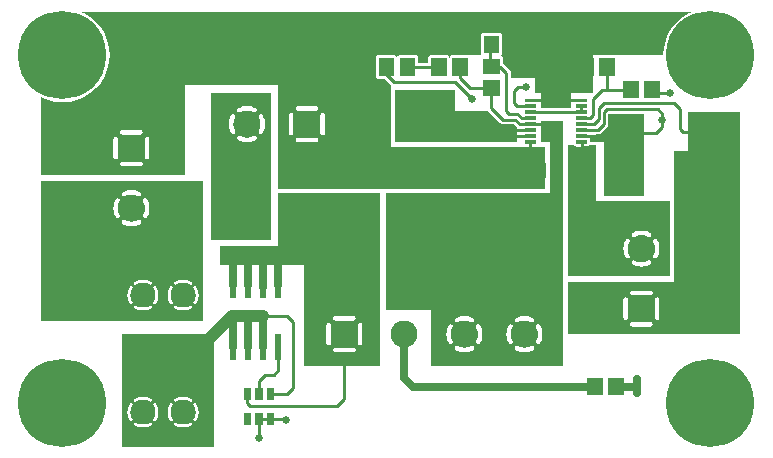
<source format=gbr>
G04 start of page 2 for group 0 idx 0 *
G04 Title: (unknown), top *
G04 Creator: pcb 4.0.2 *
G04 CreationDate: Thu Apr 18 02:51:52 2019 UTC *
G04 For: ndholmes *
G04 Format: Gerber/RS-274X *
G04 PCB-Dimensions (mil): 2500.00 1500.00 *
G04 PCB-Coordinate-Origin: lower left *
%MOIN*%
%FSLAX25Y25*%
%LNTOP*%
%ADD22C,0.0630*%
%ADD21C,0.0550*%
%ADD20C,0.1285*%
%ADD19C,0.0120*%
%ADD18C,0.0260*%
%ADD17C,0.0900*%
%ADD16C,0.0830*%
%ADD15C,0.2937*%
%ADD14C,0.0100*%
%ADD13C,0.0250*%
%ADD12C,0.0400*%
%ADD11C,0.0001*%
G54D11*G36*
X128000Y87000D02*X181000D01*
Y74500D01*
X128000D01*
Y87000D01*
G37*
G36*
X153000Y109000D02*X168379D01*
X168382Y108997D01*
X168420Y108952D01*
X168500Y108884D01*
Y104000D01*
X153000D01*
Y109000D01*
G37*
G36*
X124500Y102500D02*X178000D01*
Y88500D01*
X124500D01*
Y102500D01*
G37*
G36*
X146500Y114500D02*X158881D01*
X158936Y114436D01*
X158981Y114398D01*
X162898Y110481D01*
X162936Y110436D01*
X163116Y110283D01*
X163317Y110159D01*
X163535Y110069D01*
X163765Y110014D01*
X164000Y109995D01*
X164059Y110000D01*
X167379D01*
X168382Y108997D01*
X168420Y108952D01*
X168500Y108884D01*
Y104000D01*
X146500D01*
Y114500D01*
G37*
G36*
X127516Y132952D02*X122241Y132943D01*
X122088Y132906D01*
X121943Y132846D01*
X121808Y132764D01*
X121689Y132661D01*
X121586Y132542D01*
X121504Y132407D01*
X121444Y132262D01*
X121407Y132109D01*
X121398Y131952D01*
X121407Y125891D01*
X121444Y125738D01*
X121504Y125593D01*
X121586Y125458D01*
X121689Y125339D01*
X121808Y125236D01*
X121943Y125154D01*
X122088Y125094D01*
X122241Y125057D01*
X122398Y125048D01*
X124327Y125051D01*
X126379Y123000D01*
X53000D01*
Y147500D01*
X151000D01*
Y132950D01*
X146827Y132943D01*
X146674Y132906D01*
X146529Y132846D01*
X146394Y132764D01*
X146275Y132661D01*
X146172Y132542D01*
X146090Y132407D01*
X146030Y132262D01*
X146000Y132137D01*
X145970Y132262D01*
X145910Y132407D01*
X145828Y132542D01*
X145725Y132661D01*
X145606Y132764D01*
X145471Y132846D01*
X145326Y132906D01*
X145173Y132943D01*
X145016Y132952D01*
X139741Y132943D01*
X139588Y132906D01*
X139443Y132846D01*
X139308Y132764D01*
X139189Y132661D01*
X139086Y132542D01*
X139004Y132407D01*
X138944Y132262D01*
X138907Y132109D01*
X138898Y131952D01*
X138900Y130500D01*
X135595D01*
X135593Y132109D01*
X135556Y132262D01*
X135496Y132407D01*
X135414Y132542D01*
X135311Y132661D01*
X135192Y132764D01*
X135057Y132846D01*
X134912Y132906D01*
X134759Y132943D01*
X134602Y132952D01*
X129327Y132943D01*
X129174Y132906D01*
X129029Y132846D01*
X128894Y132764D01*
X128775Y132661D01*
X128672Y132542D01*
X128590Y132407D01*
X128530Y132262D01*
X128500Y132137D01*
X128470Y132262D01*
X128410Y132407D01*
X128328Y132542D01*
X128225Y132661D01*
X128106Y132764D01*
X127971Y132846D01*
X127826Y132906D01*
X127673Y132943D01*
X127516Y132952D01*
G37*
G36*
X58000Y93000D02*X45250D01*
Y98248D01*
X45368Y98257D01*
X45482Y98285D01*
X45592Y98330D01*
X45692Y98391D01*
X45782Y98468D01*
X45859Y98558D01*
X45920Y98658D01*
X45965Y98768D01*
X45993Y98882D01*
X46000Y99000D01*
Y105000D01*
X45993Y105118D01*
X45965Y105232D01*
X45920Y105342D01*
X45859Y105442D01*
X45782Y105532D01*
X45692Y105609D01*
X45592Y105670D01*
X45482Y105715D01*
X45368Y105743D01*
X45250Y105752D01*
Y147500D01*
X58000D01*
Y93000D01*
G37*
G36*
X45250D02*X40000D01*
Y96000D01*
X43000D01*
X43118Y96007D01*
X43232Y96035D01*
X43342Y96080D01*
X43442Y96141D01*
X43532Y96218D01*
X43609Y96308D01*
X43670Y96408D01*
X43715Y96518D01*
X43743Y96632D01*
X43752Y96750D01*
X43743Y96868D01*
X43715Y96982D01*
X43670Y97092D01*
X43609Y97192D01*
X43532Y97282D01*
X43442Y97359D01*
X43342Y97420D01*
X43232Y97465D01*
X43118Y97493D01*
X43000Y97500D01*
X40000D01*
Y106500D01*
X43000D01*
X43118Y106507D01*
X43232Y106535D01*
X43342Y106580D01*
X43442Y106641D01*
X43532Y106718D01*
X43609Y106808D01*
X43670Y106908D01*
X43715Y107018D01*
X43743Y107132D01*
X43752Y107250D01*
X43743Y107368D01*
X43715Y107482D01*
X43670Y107592D01*
X43609Y107692D01*
X43532Y107782D01*
X43442Y107859D01*
X43342Y107920D01*
X43232Y107965D01*
X43118Y107993D01*
X43000Y108000D01*
X40000D01*
Y147500D01*
X45250D01*
Y105752D01*
X45132Y105743D01*
X45018Y105715D01*
X44908Y105670D01*
X44808Y105609D01*
X44718Y105532D01*
X44641Y105442D01*
X44580Y105342D01*
X44535Y105232D01*
X44507Y105118D01*
X44500Y105000D01*
Y99000D01*
X44507Y98882D01*
X44535Y98768D01*
X44580Y98658D01*
X44641Y98558D01*
X44718Y98468D01*
X44808Y98391D01*
X44908Y98330D01*
X45018Y98285D01*
X45132Y98257D01*
X45250Y98248D01*
Y93000D01*
G37*
G36*
X40000D02*X34750D01*
Y98248D01*
X34868Y98257D01*
X34982Y98285D01*
X35092Y98330D01*
X35192Y98391D01*
X35282Y98468D01*
X35359Y98558D01*
X35420Y98658D01*
X35465Y98768D01*
X35493Y98882D01*
X35500Y99000D01*
Y105000D01*
X35493Y105118D01*
X35465Y105232D01*
X35420Y105342D01*
X35359Y105442D01*
X35282Y105532D01*
X35192Y105609D01*
X35092Y105670D01*
X34982Y105715D01*
X34868Y105743D01*
X34750Y105752D01*
Y147500D01*
X40000D01*
Y108000D01*
X37000D01*
X36882Y107993D01*
X36768Y107965D01*
X36658Y107920D01*
X36558Y107859D01*
X36468Y107782D01*
X36391Y107692D01*
X36330Y107592D01*
X36285Y107482D01*
X36257Y107368D01*
X36248Y107250D01*
X36257Y107132D01*
X36285Y107018D01*
X36330Y106908D01*
X36391Y106808D01*
X36468Y106718D01*
X36558Y106641D01*
X36658Y106580D01*
X36768Y106535D01*
X36882Y106507D01*
X37000Y106500D01*
X40000D01*
Y97500D01*
X37000D01*
X36882Y97493D01*
X36768Y97465D01*
X36658Y97420D01*
X36558Y97359D01*
X36468Y97282D01*
X36391Y97192D01*
X36330Y97092D01*
X36285Y96982D01*
X36257Y96868D01*
X36248Y96750D01*
X36257Y96632D01*
X36285Y96518D01*
X36330Y96408D01*
X36391Y96308D01*
X36468Y96218D01*
X36558Y96141D01*
X36658Y96080D01*
X36768Y96035D01*
X36882Y96007D01*
X37000Y96000D01*
X40000D01*
Y93000D01*
G37*
G36*
X34750D02*X10000D01*
Y118923D01*
X12138Y118038D01*
X14539Y117461D01*
X17000Y117268D01*
X19461Y117461D01*
X21862Y118038D01*
X24142Y118982D01*
X26247Y120272D01*
X28124Y121876D01*
X29728Y123753D01*
X31018Y125858D01*
X31962Y128138D01*
X32539Y130539D01*
X32684Y133000D01*
X32539Y135461D01*
X31962Y137862D01*
X31018Y140142D01*
X29728Y142247D01*
X28124Y144124D01*
X26247Y145728D01*
X24142Y147018D01*
X22978Y147500D01*
X34750D01*
Y105752D01*
X34632Y105743D01*
X34518Y105715D01*
X34408Y105670D01*
X34308Y105609D01*
X34218Y105532D01*
X34141Y105442D01*
X34080Y105342D01*
X34035Y105232D01*
X34007Y105118D01*
X34000Y105000D01*
Y99000D01*
X34007Y98882D01*
X34035Y98768D01*
X34080Y98658D01*
X34141Y98558D01*
X34218Y98468D01*
X34308Y98391D01*
X34408Y98330D01*
X34518Y98285D01*
X34632Y98257D01*
X34750Y98248D01*
Y93000D01*
G37*
G36*
X86500Y71500D02*X83426D01*
Y106803D01*
X83430Y106805D01*
X83533Y106864D01*
X83625Y106938D01*
X83704Y107025D01*
X83766Y107125D01*
X84011Y107612D01*
X84205Y108122D01*
X84352Y108648D01*
X84451Y109184D01*
X84500Y109727D01*
Y110273D01*
X84451Y110816D01*
X84352Y111352D01*
X84205Y111878D01*
X84011Y112388D01*
X83772Y112878D01*
X83708Y112978D01*
X83628Y113066D01*
X83535Y113140D01*
X83432Y113199D01*
X83426Y113202D01*
Y120500D01*
X86500D01*
Y71500D01*
G37*
G36*
X83426D02*X78502D01*
Y104000D01*
X78773D01*
X79316Y104049D01*
X79852Y104148D01*
X80378Y104295D01*
X80888Y104489D01*
X81378Y104728D01*
X81478Y104792D01*
X81566Y104872D01*
X81640Y104965D01*
X81699Y105068D01*
X81742Y105179D01*
X81766Y105295D01*
X81772Y105413D01*
X81760Y105532D01*
X81729Y105646D01*
X81680Y105755D01*
X81615Y105854D01*
X81535Y105942D01*
X81443Y106017D01*
X81340Y106076D01*
X81229Y106118D01*
X81113Y106143D01*
X80994Y106149D01*
X80876Y106136D01*
X80761Y106105D01*
X80654Y106054D01*
X80289Y105871D01*
X79907Y105726D01*
X79513Y105616D01*
X79111Y105542D01*
X78704Y105505D01*
X78502D01*
Y114495D01*
X78704D01*
X79111Y114458D01*
X79513Y114384D01*
X79907Y114274D01*
X80289Y114129D01*
X80656Y113950D01*
X80763Y113900D01*
X80877Y113869D01*
X80994Y113856D01*
X81112Y113862D01*
X81228Y113886D01*
X81338Y113928D01*
X81440Y113987D01*
X81532Y114061D01*
X81611Y114149D01*
X81676Y114248D01*
X81724Y114355D01*
X81755Y114469D01*
X81768Y114587D01*
X81762Y114705D01*
X81737Y114820D01*
X81695Y114930D01*
X81636Y115033D01*
X81562Y115125D01*
X81475Y115204D01*
X81375Y115266D01*
X80888Y115511D01*
X80378Y115705D01*
X79852Y115852D01*
X79316Y115951D01*
X78773Y116000D01*
X78502D01*
Y120500D01*
X83426D01*
Y113202D01*
X83321Y113242D01*
X83205Y113266D01*
X83087Y113272D01*
X82968Y113260D01*
X82854Y113229D01*
X82745Y113180D01*
X82646Y113115D01*
X82558Y113035D01*
X82483Y112943D01*
X82424Y112840D01*
X82382Y112729D01*
X82357Y112613D01*
X82351Y112494D01*
X82364Y112376D01*
X82395Y112261D01*
X82446Y112154D01*
X82629Y111789D01*
X82774Y111407D01*
X82884Y111013D01*
X82958Y110611D01*
X82995Y110204D01*
Y109796D01*
X82958Y109389D01*
X82884Y108987D01*
X82774Y108593D01*
X82629Y108211D01*
X82450Y107844D01*
X82400Y107737D01*
X82369Y107623D01*
X82356Y107506D01*
X82362Y107388D01*
X82386Y107272D01*
X82428Y107162D01*
X82487Y107060D01*
X82561Y106968D01*
X82649Y106889D01*
X82748Y106824D01*
X82855Y106776D01*
X82969Y106745D01*
X83087Y106732D01*
X83205Y106738D01*
X83320Y106763D01*
X83426Y106803D01*
Y71500D01*
G37*
G36*
X78502D02*X73574D01*
Y106798D01*
X73679Y106758D01*
X73795Y106734D01*
X73913Y106728D01*
X74032Y106740D01*
X74146Y106771D01*
X74255Y106820D01*
X74354Y106885D01*
X74442Y106965D01*
X74517Y107057D01*
X74576Y107160D01*
X74618Y107271D01*
X74643Y107387D01*
X74649Y107506D01*
X74636Y107624D01*
X74605Y107739D01*
X74554Y107846D01*
X74371Y108211D01*
X74226Y108593D01*
X74116Y108987D01*
X74042Y109389D01*
X74005Y109796D01*
Y110204D01*
X74042Y110611D01*
X74116Y111013D01*
X74226Y111407D01*
X74371Y111789D01*
X74550Y112156D01*
X74600Y112263D01*
X74631Y112377D01*
X74644Y112494D01*
X74638Y112612D01*
X74614Y112728D01*
X74572Y112838D01*
X74513Y112940D01*
X74439Y113032D01*
X74351Y113111D01*
X74252Y113176D01*
X74145Y113224D01*
X74031Y113255D01*
X73913Y113268D01*
X73795Y113262D01*
X73680Y113237D01*
X73574Y113197D01*
Y120500D01*
X78502D01*
Y116000D01*
X78227D01*
X77684Y115951D01*
X77148Y115852D01*
X76622Y115705D01*
X76112Y115511D01*
X75622Y115272D01*
X75522Y115208D01*
X75434Y115128D01*
X75360Y115035D01*
X75301Y114932D01*
X75258Y114821D01*
X75234Y114705D01*
X75228Y114587D01*
X75240Y114468D01*
X75271Y114354D01*
X75320Y114245D01*
X75385Y114146D01*
X75465Y114058D01*
X75557Y113983D01*
X75660Y113924D01*
X75771Y113882D01*
X75887Y113857D01*
X76006Y113851D01*
X76124Y113864D01*
X76239Y113895D01*
X76346Y113946D01*
X76711Y114129D01*
X77093Y114274D01*
X77487Y114384D01*
X77889Y114458D01*
X78296Y114495D01*
X78502D01*
Y105505D01*
X78296D01*
X77889Y105542D01*
X77487Y105616D01*
X77093Y105726D01*
X76711Y105871D01*
X76344Y106050D01*
X76237Y106100D01*
X76123Y106131D01*
X76006Y106144D01*
X75888Y106138D01*
X75772Y106114D01*
X75662Y106072D01*
X75560Y106013D01*
X75468Y105939D01*
X75389Y105851D01*
X75324Y105752D01*
X75276Y105645D01*
X75245Y105531D01*
X75232Y105413D01*
X75238Y105295D01*
X75263Y105180D01*
X75305Y105070D01*
X75364Y104967D01*
X75438Y104875D01*
X75525Y104796D01*
X75625Y104734D01*
X76112Y104489D01*
X76622Y104295D01*
X77148Y104148D01*
X77684Y104049D01*
X78227Y104000D01*
X78502D01*
Y71500D01*
G37*
G36*
X73574D02*X66500D01*
Y120500D01*
X73574D01*
Y113197D01*
X73570Y113195D01*
X73467Y113136D01*
X73375Y113062D01*
X73296Y112975D01*
X73234Y112875D01*
X72989Y112388D01*
X72795Y111878D01*
X72648Y111352D01*
X72549Y110816D01*
X72500Y110273D01*
Y109727D01*
X72549Y109184D01*
X72648Y108648D01*
X72795Y108122D01*
X72989Y107612D01*
X73228Y107122D01*
X73292Y107022D01*
X73372Y106934D01*
X73465Y106860D01*
X73568Y106801D01*
X73574Y106798D01*
Y71500D01*
G37*
G36*
X103750Y126500D02*X121406D01*
X121407Y125891D01*
X121444Y125738D01*
X121504Y125593D01*
X121586Y125458D01*
X121689Y125339D01*
X121808Y125236D01*
X121943Y125154D01*
X122088Y125094D01*
X122241Y125057D01*
X122398Y125048D01*
X124327Y125051D01*
X126398Y122981D01*
X126436Y122936D01*
X126500Y122881D01*
Y88500D01*
X103750D01*
Y106248D01*
X103868Y106257D01*
X103982Y106285D01*
X104092Y106330D01*
X104192Y106391D01*
X104282Y106468D01*
X104359Y106558D01*
X104420Y106658D01*
X104465Y106768D01*
X104493Y106882D01*
X104500Y107000D01*
Y113000D01*
X104493Y113118D01*
X104465Y113232D01*
X104420Y113342D01*
X104359Y113442D01*
X104282Y113532D01*
X104192Y113609D01*
X104092Y113670D01*
X103982Y113715D01*
X103868Y113743D01*
X103750Y113752D01*
Y126500D01*
G37*
G36*
X98500D02*X103750D01*
Y113752D01*
X103632Y113743D01*
X103518Y113715D01*
X103408Y113670D01*
X103308Y113609D01*
X103218Y113532D01*
X103141Y113442D01*
X103080Y113342D01*
X103035Y113232D01*
X103007Y113118D01*
X103000Y113000D01*
Y107000D01*
X103007Y106882D01*
X103035Y106768D01*
X103080Y106658D01*
X103141Y106558D01*
X103218Y106468D01*
X103308Y106391D01*
X103408Y106330D01*
X103518Y106285D01*
X103632Y106257D01*
X103750Y106248D01*
Y88500D01*
X98500D01*
Y104000D01*
X101500D01*
X101618Y104007D01*
X101732Y104035D01*
X101842Y104080D01*
X101942Y104141D01*
X102032Y104218D01*
X102109Y104308D01*
X102170Y104408D01*
X102215Y104518D01*
X102243Y104632D01*
X102252Y104750D01*
X102243Y104868D01*
X102215Y104982D01*
X102170Y105092D01*
X102109Y105192D01*
X102032Y105282D01*
X101942Y105359D01*
X101842Y105420D01*
X101732Y105465D01*
X101618Y105493D01*
X101500Y105500D01*
X98500D01*
Y114500D01*
X101500D01*
X101618Y114507D01*
X101732Y114535D01*
X101842Y114580D01*
X101942Y114641D01*
X102032Y114718D01*
X102109Y114808D01*
X102170Y114908D01*
X102215Y115018D01*
X102243Y115132D01*
X102252Y115250D01*
X102243Y115368D01*
X102215Y115482D01*
X102170Y115592D01*
X102109Y115692D01*
X102032Y115782D01*
X101942Y115859D01*
X101842Y115920D01*
X101732Y115965D01*
X101618Y115993D01*
X101500Y116000D01*
X98500D01*
Y126500D01*
G37*
G36*
X93250D02*X98500D01*
Y116000D01*
X95500D01*
X95382Y115993D01*
X95268Y115965D01*
X95158Y115920D01*
X95058Y115859D01*
X94968Y115782D01*
X94891Y115692D01*
X94830Y115592D01*
X94785Y115482D01*
X94757Y115368D01*
X94748Y115250D01*
X94757Y115132D01*
X94785Y115018D01*
X94830Y114908D01*
X94891Y114808D01*
X94968Y114718D01*
X95058Y114641D01*
X95158Y114580D01*
X95268Y114535D01*
X95382Y114507D01*
X95500Y114500D01*
X98500D01*
Y105500D01*
X95500D01*
X95382Y105493D01*
X95268Y105465D01*
X95158Y105420D01*
X95058Y105359D01*
X94968Y105282D01*
X94891Y105192D01*
X94830Y105092D01*
X94785Y104982D01*
X94757Y104868D01*
X94748Y104750D01*
X94757Y104632D01*
X94785Y104518D01*
X94830Y104408D01*
X94891Y104308D01*
X94968Y104218D01*
X95058Y104141D01*
X95158Y104080D01*
X95268Y104035D01*
X95382Y104007D01*
X95500Y104000D01*
X98500D01*
Y88500D01*
X93250D01*
Y106248D01*
X93368Y106257D01*
X93482Y106285D01*
X93592Y106330D01*
X93692Y106391D01*
X93782Y106468D01*
X93859Y106558D01*
X93920Y106658D01*
X93965Y106768D01*
X93993Y106882D01*
X94000Y107000D01*
Y113000D01*
X93993Y113118D01*
X93965Y113232D01*
X93920Y113342D01*
X93859Y113442D01*
X93782Y113532D01*
X93692Y113609D01*
X93592Y113670D01*
X93482Y113715D01*
X93368Y113743D01*
X93250Y113752D01*
Y126500D01*
G37*
G36*
X89000D02*X93250D01*
Y113752D01*
X93132Y113743D01*
X93018Y113715D01*
X92908Y113670D01*
X92808Y113609D01*
X92718Y113532D01*
X92641Y113442D01*
X92580Y113342D01*
X92535Y113232D01*
X92507Y113118D01*
X92500Y113000D01*
Y107000D01*
X92507Y106882D01*
X92535Y106768D01*
X92580Y106658D01*
X92641Y106558D01*
X92718Y106468D01*
X92808Y106391D01*
X92908Y106330D01*
X93018Y106285D01*
X93132Y106257D01*
X93250Y106248D01*
Y88500D01*
X89000D01*
Y126500D01*
G37*
G36*
X107500Y114500D02*X126500D01*
Y88500D01*
X107500D01*
Y114500D01*
G37*
G36*
X61480Y91000D02*X64000D01*
Y44500D01*
X61480D01*
Y50147D01*
X61489Y50156D01*
X61535Y50219D01*
X61766Y50608D01*
X61958Y51017D01*
X62114Y51442D01*
X62231Y51878D01*
X62310Y52323D01*
X62350Y52774D01*
Y53226D01*
X62310Y53677D01*
X62231Y54122D01*
X62114Y54558D01*
X61958Y54983D01*
X61766Y55392D01*
X61539Y55783D01*
X61492Y55847D01*
X61480Y55858D01*
Y91000D01*
G37*
G36*
X57202D02*X61480D01*
Y55858D01*
X61434Y55902D01*
X61369Y55947D01*
X61298Y55982D01*
X61222Y56005D01*
X61143Y56015D01*
X61064Y56014D01*
X60986Y56000D01*
X60911Y55974D01*
X60841Y55936D01*
X60778Y55888D01*
X60723Y55831D01*
X60678Y55766D01*
X60643Y55694D01*
X60620Y55619D01*
X60609Y55540D01*
X60611Y55461D01*
X60625Y55383D01*
X60651Y55308D01*
X60690Y55239D01*
X60876Y54926D01*
X61031Y54596D01*
X61156Y54255D01*
X61251Y53903D01*
X61314Y53545D01*
X61346Y53182D01*
Y52818D01*
X61314Y52455D01*
X61251Y52097D01*
X61156Y51745D01*
X61031Y51404D01*
X60876Y51074D01*
X60693Y50759D01*
X60655Y50691D01*
X60629Y50616D01*
X60615Y50539D01*
X60613Y50460D01*
X60624Y50382D01*
X60647Y50307D01*
X60681Y50236D01*
X60726Y50172D01*
X60780Y50115D01*
X60843Y50067D01*
X60913Y50030D01*
X60987Y50004D01*
X61064Y49990D01*
X61143Y49989D01*
X61221Y49999D01*
X61296Y50022D01*
X61367Y50056D01*
X61432Y50101D01*
X61480Y50147D01*
Y44500D01*
X57202D01*
Y47850D01*
X57426D01*
X57877Y47890D01*
X58322Y47969D01*
X58758Y48086D01*
X59183Y48242D01*
X59592Y48434D01*
X59983Y48661D01*
X60047Y48708D01*
X60102Y48766D01*
X60147Y48831D01*
X60182Y48902D01*
X60205Y48978D01*
X60215Y49057D01*
X60214Y49136D01*
X60200Y49214D01*
X60174Y49289D01*
X60136Y49359D01*
X60088Y49422D01*
X60031Y49477D01*
X59966Y49522D01*
X59894Y49557D01*
X59819Y49580D01*
X59740Y49591D01*
X59661Y49589D01*
X59583Y49575D01*
X59508Y49549D01*
X59439Y49510D01*
X59126Y49324D01*
X58796Y49169D01*
X58455Y49044D01*
X58103Y48949D01*
X57745Y48886D01*
X57382Y48854D01*
X57202D01*
Y57146D01*
X57382D01*
X57745Y57114D01*
X58103Y57051D01*
X58455Y56956D01*
X58796Y56831D01*
X59126Y56676D01*
X59441Y56493D01*
X59509Y56455D01*
X59584Y56429D01*
X59661Y56415D01*
X59740Y56413D01*
X59818Y56424D01*
X59893Y56447D01*
X59964Y56481D01*
X60028Y56526D01*
X60085Y56580D01*
X60133Y56643D01*
X60170Y56713D01*
X60196Y56787D01*
X60210Y56864D01*
X60211Y56943D01*
X60201Y57021D01*
X60178Y57096D01*
X60144Y57167D01*
X60099Y57232D01*
X60044Y57289D01*
X59981Y57335D01*
X59592Y57566D01*
X59183Y57758D01*
X58758Y57914D01*
X58322Y58031D01*
X57877Y58110D01*
X57426Y58150D01*
X57202D01*
Y91000D01*
G37*
G36*
X52920D02*X57202D01*
Y58150D01*
X56974D01*
X56523Y58110D01*
X56078Y58031D01*
X55642Y57914D01*
X55217Y57758D01*
X54808Y57566D01*
X54417Y57339D01*
X54353Y57292D01*
X54298Y57234D01*
X54253Y57169D01*
X54218Y57098D01*
X54195Y57022D01*
X54185Y56943D01*
X54186Y56864D01*
X54200Y56786D01*
X54226Y56711D01*
X54264Y56641D01*
X54312Y56578D01*
X54369Y56523D01*
X54434Y56478D01*
X54506Y56443D01*
X54581Y56420D01*
X54660Y56409D01*
X54739Y56411D01*
X54817Y56425D01*
X54892Y56451D01*
X54961Y56490D01*
X55274Y56676D01*
X55604Y56831D01*
X55945Y56956D01*
X56297Y57051D01*
X56655Y57114D01*
X57018Y57146D01*
X57202D01*
Y48854D01*
X57018D01*
X56655Y48886D01*
X56297Y48949D01*
X55945Y49044D01*
X55604Y49169D01*
X55274Y49324D01*
X54959Y49507D01*
X54891Y49545D01*
X54816Y49571D01*
X54739Y49585D01*
X54660Y49587D01*
X54582Y49576D01*
X54507Y49553D01*
X54436Y49519D01*
X54372Y49474D01*
X54315Y49420D01*
X54267Y49357D01*
X54230Y49287D01*
X54204Y49213D01*
X54190Y49136D01*
X54189Y49057D01*
X54199Y48979D01*
X54222Y48904D01*
X54256Y48833D01*
X54301Y48768D01*
X54356Y48711D01*
X54419Y48665D01*
X54808Y48434D01*
X55217Y48242D01*
X55642Y48086D01*
X56078Y47969D01*
X56523Y47890D01*
X56974Y47850D01*
X57202D01*
Y44500D01*
X52920D01*
Y50142D01*
X52966Y50098D01*
X53031Y50053D01*
X53102Y50018D01*
X53178Y49995D01*
X53257Y49985D01*
X53336Y49986D01*
X53414Y50000D01*
X53489Y50026D01*
X53559Y50064D01*
X53622Y50112D01*
X53677Y50169D01*
X53722Y50234D01*
X53757Y50306D01*
X53780Y50381D01*
X53791Y50460D01*
X53789Y50539D01*
X53775Y50617D01*
X53749Y50692D01*
X53710Y50761D01*
X53524Y51074D01*
X53369Y51404D01*
X53244Y51745D01*
X53149Y52097D01*
X53086Y52455D01*
X53054Y52818D01*
Y53182D01*
X53086Y53545D01*
X53149Y53903D01*
X53244Y54255D01*
X53369Y54596D01*
X53524Y54926D01*
X53707Y55241D01*
X53745Y55309D01*
X53771Y55384D01*
X53785Y55461D01*
X53787Y55540D01*
X53776Y55618D01*
X53753Y55693D01*
X53719Y55764D01*
X53674Y55828D01*
X53620Y55885D01*
X53557Y55933D01*
X53487Y55970D01*
X53413Y55996D01*
X53336Y56010D01*
X53257Y56011D01*
X53179Y56001D01*
X53104Y55978D01*
X53033Y55944D01*
X52968Y55899D01*
X52920Y55853D01*
Y91000D01*
G37*
G36*
X48080D02*X52920D01*
Y55853D01*
X52911Y55844D01*
X52865Y55781D01*
X52634Y55392D01*
X52442Y54983D01*
X52286Y54558D01*
X52169Y54122D01*
X52090Y53677D01*
X52050Y53226D01*
Y52774D01*
X52090Y52323D01*
X52169Y51878D01*
X52286Y51442D01*
X52442Y51017D01*
X52634Y50608D01*
X52861Y50217D01*
X52908Y50153D01*
X52920Y50142D01*
Y44500D01*
X48080D01*
Y50147D01*
X48089Y50156D01*
X48135Y50219D01*
X48366Y50608D01*
X48558Y51017D01*
X48714Y51442D01*
X48831Y51878D01*
X48910Y52323D01*
X48950Y52774D01*
Y53226D01*
X48910Y53677D01*
X48831Y54122D01*
X48714Y54558D01*
X48558Y54983D01*
X48366Y55392D01*
X48139Y55783D01*
X48092Y55847D01*
X48080Y55858D01*
Y91000D01*
G37*
G36*
X44926D02*X48080D01*
Y55858D01*
X48034Y55902D01*
X47969Y55947D01*
X47898Y55982D01*
X47822Y56005D01*
X47743Y56015D01*
X47664Y56014D01*
X47586Y56000D01*
X47511Y55974D01*
X47441Y55936D01*
X47378Y55888D01*
X47323Y55831D01*
X47278Y55766D01*
X47243Y55694D01*
X47220Y55619D01*
X47209Y55540D01*
X47211Y55461D01*
X47225Y55383D01*
X47251Y55308D01*
X47290Y55239D01*
X47476Y54926D01*
X47631Y54596D01*
X47756Y54255D01*
X47851Y53903D01*
X47914Y53545D01*
X47946Y53182D01*
Y52818D01*
X47914Y52455D01*
X47851Y52097D01*
X47756Y51745D01*
X47631Y51404D01*
X47476Y51074D01*
X47293Y50759D01*
X47255Y50691D01*
X47229Y50616D01*
X47215Y50539D01*
X47213Y50460D01*
X47224Y50382D01*
X47247Y50307D01*
X47281Y50236D01*
X47326Y50172D01*
X47380Y50115D01*
X47443Y50067D01*
X47513Y50030D01*
X47587Y50004D01*
X47664Y49990D01*
X47743Y49989D01*
X47821Y49999D01*
X47896Y50022D01*
X47967Y50056D01*
X48032Y50101D01*
X48080Y50147D01*
Y44500D01*
X44926D01*
Y47970D01*
X45358Y48086D01*
X45783Y48242D01*
X46192Y48434D01*
X46583Y48661D01*
X46647Y48708D01*
X46702Y48766D01*
X46747Y48831D01*
X46782Y48902D01*
X46805Y48978D01*
X46815Y49057D01*
X46814Y49136D01*
X46800Y49214D01*
X46774Y49289D01*
X46736Y49359D01*
X46688Y49422D01*
X46631Y49477D01*
X46566Y49522D01*
X46494Y49557D01*
X46419Y49580D01*
X46340Y49591D01*
X46261Y49589D01*
X46183Y49575D01*
X46108Y49549D01*
X46039Y49510D01*
X45726Y49324D01*
X45396Y49169D01*
X45055Y49044D01*
X44926Y49009D01*
Y56991D01*
X45055Y56956D01*
X45396Y56831D01*
X45726Y56676D01*
X46041Y56493D01*
X46109Y56455D01*
X46184Y56429D01*
X46261Y56415D01*
X46340Y56413D01*
X46418Y56424D01*
X46493Y56447D01*
X46564Y56481D01*
X46628Y56526D01*
X46685Y56580D01*
X46733Y56643D01*
X46770Y56713D01*
X46796Y56787D01*
X46810Y56864D01*
X46811Y56943D01*
X46801Y57021D01*
X46778Y57096D01*
X46744Y57167D01*
X46699Y57232D01*
X46644Y57289D01*
X46581Y57335D01*
X46192Y57566D01*
X45783Y57758D01*
X45358Y57914D01*
X44926Y58030D01*
Y78803D01*
X44930Y78805D01*
X45033Y78864D01*
X45125Y78938D01*
X45204Y79025D01*
X45266Y79125D01*
X45511Y79612D01*
X45705Y80122D01*
X45852Y80648D01*
X45951Y81184D01*
X46000Y81727D01*
Y82273D01*
X45951Y82816D01*
X45852Y83352D01*
X45705Y83878D01*
X45511Y84388D01*
X45272Y84878D01*
X45208Y84978D01*
X45128Y85066D01*
X45035Y85140D01*
X44932Y85199D01*
X44926Y85202D01*
Y91000D01*
G37*
G36*
Y49009D02*X44703Y48949D01*
X44345Y48886D01*
X43982Y48854D01*
X43802D01*
Y57146D01*
X43982D01*
X44345Y57114D01*
X44703Y57051D01*
X44926Y56991D01*
Y49009D01*
G37*
G36*
Y44500D02*X43802D01*
Y47850D01*
X44026D01*
X44477Y47890D01*
X44922Y47969D01*
X44926Y47970D01*
Y44500D01*
G37*
G36*
X43802Y91000D02*X44926D01*
Y85202D01*
X44821Y85242D01*
X44705Y85266D01*
X44587Y85272D01*
X44468Y85260D01*
X44354Y85229D01*
X44245Y85180D01*
X44146Y85115D01*
X44058Y85035D01*
X43983Y84943D01*
X43924Y84840D01*
X43882Y84729D01*
X43857Y84613D01*
X43851Y84494D01*
X43864Y84376D01*
X43895Y84261D01*
X43946Y84154D01*
X44129Y83789D01*
X44274Y83407D01*
X44384Y83013D01*
X44458Y82611D01*
X44495Y82204D01*
Y81796D01*
X44458Y81389D01*
X44384Y80987D01*
X44274Y80593D01*
X44129Y80211D01*
X43950Y79844D01*
X43900Y79737D01*
X43869Y79623D01*
X43856Y79506D01*
X43862Y79388D01*
X43886Y79272D01*
X43928Y79162D01*
X43987Y79060D01*
X44061Y78968D01*
X44149Y78889D01*
X44248Y78824D01*
X44355Y78776D01*
X44469Y78745D01*
X44587Y78732D01*
X44705Y78738D01*
X44820Y78763D01*
X44926Y78803D01*
Y58030D01*
X44922Y58031D01*
X44477Y58110D01*
X44026Y58150D01*
X43802D01*
Y91000D01*
G37*
G36*
X39520D02*X43802D01*
Y58150D01*
X43574D01*
X43123Y58110D01*
X42678Y58031D01*
X42242Y57914D01*
X41817Y57758D01*
X41408Y57566D01*
X41017Y57339D01*
X40953Y57292D01*
X40898Y57234D01*
X40853Y57169D01*
X40818Y57098D01*
X40795Y57022D01*
X40785Y56943D01*
X40786Y56864D01*
X40800Y56786D01*
X40826Y56711D01*
X40864Y56641D01*
X40912Y56578D01*
X40969Y56523D01*
X41034Y56478D01*
X41106Y56443D01*
X41181Y56420D01*
X41260Y56409D01*
X41339Y56411D01*
X41417Y56425D01*
X41492Y56451D01*
X41561Y56490D01*
X41874Y56676D01*
X42204Y56831D01*
X42545Y56956D01*
X42897Y57051D01*
X43255Y57114D01*
X43618Y57146D01*
X43802D01*
Y48854D01*
X43618D01*
X43255Y48886D01*
X42897Y48949D01*
X42545Y49044D01*
X42204Y49169D01*
X41874Y49324D01*
X41559Y49507D01*
X41491Y49545D01*
X41416Y49571D01*
X41339Y49585D01*
X41260Y49587D01*
X41182Y49576D01*
X41107Y49553D01*
X41036Y49519D01*
X40972Y49474D01*
X40915Y49420D01*
X40867Y49357D01*
X40830Y49287D01*
X40804Y49213D01*
X40790Y49136D01*
X40789Y49057D01*
X40799Y48979D01*
X40822Y48904D01*
X40856Y48833D01*
X40901Y48768D01*
X40956Y48711D01*
X41019Y48665D01*
X41408Y48434D01*
X41817Y48242D01*
X42242Y48086D01*
X42678Y47969D01*
X43123Y47890D01*
X43574Y47850D01*
X43802D01*
Y44500D01*
X39520D01*
Y50142D01*
X39566Y50098D01*
X39631Y50053D01*
X39702Y50018D01*
X39778Y49995D01*
X39857Y49985D01*
X39936Y49986D01*
X40014Y50000D01*
X40089Y50026D01*
X40159Y50064D01*
X40222Y50112D01*
X40277Y50169D01*
X40322Y50234D01*
X40357Y50306D01*
X40380Y50381D01*
X40391Y50460D01*
X40389Y50539D01*
X40375Y50617D01*
X40349Y50692D01*
X40310Y50761D01*
X40124Y51074D01*
X39969Y51404D01*
X39844Y51745D01*
X39749Y52097D01*
X39686Y52455D01*
X39654Y52818D01*
Y53182D01*
X39686Y53545D01*
X39749Y53903D01*
X39844Y54255D01*
X39969Y54596D01*
X40124Y54926D01*
X40307Y55241D01*
X40345Y55309D01*
X40371Y55384D01*
X40385Y55461D01*
X40387Y55540D01*
X40376Y55618D01*
X40353Y55693D01*
X40319Y55764D01*
X40274Y55828D01*
X40220Y55885D01*
X40157Y55933D01*
X40087Y55970D01*
X40013Y55996D01*
X39936Y56010D01*
X39857Y56011D01*
X39779Y56001D01*
X39704Y55978D01*
X39633Y55944D01*
X39568Y55899D01*
X39520Y55853D01*
Y76019D01*
X39727Y76000D01*
X40273D01*
X40816Y76049D01*
X41352Y76148D01*
X41878Y76295D01*
X42388Y76489D01*
X42878Y76728D01*
X42978Y76792D01*
X43066Y76872D01*
X43140Y76965D01*
X43199Y77068D01*
X43242Y77179D01*
X43266Y77295D01*
X43272Y77413D01*
X43260Y77532D01*
X43229Y77646D01*
X43180Y77755D01*
X43115Y77854D01*
X43035Y77942D01*
X42943Y78017D01*
X42840Y78076D01*
X42729Y78118D01*
X42613Y78143D01*
X42494Y78149D01*
X42376Y78136D01*
X42261Y78105D01*
X42154Y78054D01*
X41789Y77871D01*
X41407Y77726D01*
X41013Y77616D01*
X40611Y77542D01*
X40204Y77505D01*
X39796D01*
X39520Y77530D01*
Y86470D01*
X39796Y86495D01*
X40204D01*
X40611Y86458D01*
X41013Y86384D01*
X41407Y86274D01*
X41789Y86129D01*
X42156Y85950D01*
X42263Y85900D01*
X42377Y85869D01*
X42494Y85856D01*
X42612Y85862D01*
X42728Y85886D01*
X42838Y85928D01*
X42940Y85987D01*
X43032Y86061D01*
X43111Y86149D01*
X43176Y86248D01*
X43224Y86355D01*
X43255Y86469D01*
X43268Y86587D01*
X43262Y86705D01*
X43237Y86820D01*
X43195Y86930D01*
X43136Y87033D01*
X43062Y87125D01*
X42975Y87204D01*
X42875Y87266D01*
X42388Y87511D01*
X41878Y87705D01*
X41352Y87852D01*
X40816Y87951D01*
X40273Y88000D01*
X39727D01*
X39520Y87981D01*
Y91000D01*
G37*
G36*
X35074D02*X39520D01*
Y87981D01*
X39184Y87951D01*
X38648Y87852D01*
X38122Y87705D01*
X37612Y87511D01*
X37122Y87272D01*
X37022Y87208D01*
X36934Y87128D01*
X36860Y87035D01*
X36801Y86932D01*
X36758Y86821D01*
X36734Y86705D01*
X36728Y86587D01*
X36740Y86468D01*
X36771Y86354D01*
X36820Y86245D01*
X36885Y86146D01*
X36965Y86058D01*
X37057Y85983D01*
X37160Y85924D01*
X37271Y85882D01*
X37387Y85857D01*
X37506Y85851D01*
X37624Y85864D01*
X37739Y85895D01*
X37846Y85946D01*
X38211Y86129D01*
X38593Y86274D01*
X38987Y86384D01*
X39389Y86458D01*
X39520Y86470D01*
Y77530D01*
X39389Y77542D01*
X38987Y77616D01*
X38593Y77726D01*
X38211Y77871D01*
X37844Y78050D01*
X37737Y78100D01*
X37623Y78131D01*
X37506Y78144D01*
X37388Y78138D01*
X37272Y78114D01*
X37162Y78072D01*
X37060Y78013D01*
X36968Y77939D01*
X36889Y77851D01*
X36824Y77752D01*
X36776Y77645D01*
X36745Y77531D01*
X36732Y77413D01*
X36738Y77295D01*
X36763Y77180D01*
X36805Y77070D01*
X36864Y76967D01*
X36938Y76875D01*
X37025Y76796D01*
X37125Y76734D01*
X37612Y76489D01*
X38122Y76295D01*
X38648Y76148D01*
X39184Y76049D01*
X39520Y76019D01*
Y55853D01*
X39511Y55844D01*
X39465Y55781D01*
X39234Y55392D01*
X39042Y54983D01*
X38886Y54558D01*
X38769Y54122D01*
X38690Y53677D01*
X38650Y53226D01*
Y52774D01*
X38690Y52323D01*
X38769Y51878D01*
X38886Y51442D01*
X39042Y51017D01*
X39234Y50608D01*
X39461Y50217D01*
X39508Y50153D01*
X39520Y50142D01*
Y44500D01*
X35074D01*
Y78798D01*
X35179Y78758D01*
X35295Y78734D01*
X35413Y78728D01*
X35532Y78740D01*
X35646Y78771D01*
X35755Y78820D01*
X35854Y78885D01*
X35942Y78965D01*
X36017Y79057D01*
X36076Y79160D01*
X36118Y79271D01*
X36143Y79387D01*
X36149Y79506D01*
X36136Y79624D01*
X36105Y79739D01*
X36054Y79846D01*
X35871Y80211D01*
X35726Y80593D01*
X35616Y80987D01*
X35542Y81389D01*
X35505Y81796D01*
Y82204D01*
X35542Y82611D01*
X35616Y83013D01*
X35726Y83407D01*
X35871Y83789D01*
X36050Y84156D01*
X36100Y84263D01*
X36131Y84377D01*
X36144Y84494D01*
X36138Y84612D01*
X36114Y84728D01*
X36072Y84838D01*
X36013Y84940D01*
X35939Y85032D01*
X35851Y85111D01*
X35752Y85176D01*
X35645Y85224D01*
X35531Y85255D01*
X35413Y85268D01*
X35295Y85262D01*
X35180Y85237D01*
X35074Y85197D01*
Y91000D01*
G37*
G36*
X10000D02*X35074D01*
Y85197D01*
X35070Y85195D01*
X34967Y85136D01*
X34875Y85062D01*
X34796Y84975D01*
X34734Y84875D01*
X34489Y84388D01*
X34295Y83878D01*
X34148Y83352D01*
X34049Y82816D01*
X34000Y82273D01*
Y81727D01*
X34049Y81184D01*
X34148Y80648D01*
X34295Y80122D01*
X34489Y79612D01*
X34728Y79122D01*
X34792Y79022D01*
X34872Y78934D01*
X34965Y78860D01*
X35068Y78801D01*
X35074Y78798D01*
Y44500D01*
X10000D01*
Y91000D01*
G37*
G36*
X61480Y40000D02*X67500D01*
Y2500D01*
X61480D01*
Y11147D01*
X61489Y11156D01*
X61535Y11219D01*
X61766Y11608D01*
X61958Y12017D01*
X62114Y12442D01*
X62231Y12878D01*
X62310Y13323D01*
X62350Y13774D01*
Y14226D01*
X62310Y14677D01*
X62231Y15122D01*
X62114Y15558D01*
X61958Y15983D01*
X61766Y16392D01*
X61539Y16783D01*
X61492Y16847D01*
X61480Y16858D01*
Y40000D01*
G37*
G36*
X57202D02*X61480D01*
Y16858D01*
X61434Y16902D01*
X61369Y16947D01*
X61298Y16982D01*
X61222Y17005D01*
X61143Y17015D01*
X61064Y17014D01*
X60986Y17000D01*
X60911Y16974D01*
X60841Y16936D01*
X60778Y16888D01*
X60723Y16831D01*
X60678Y16766D01*
X60643Y16694D01*
X60620Y16619D01*
X60609Y16540D01*
X60611Y16461D01*
X60625Y16383D01*
X60651Y16308D01*
X60690Y16239D01*
X60876Y15926D01*
X61031Y15596D01*
X61156Y15255D01*
X61251Y14903D01*
X61314Y14545D01*
X61346Y14182D01*
Y13818D01*
X61314Y13455D01*
X61251Y13097D01*
X61156Y12745D01*
X61031Y12404D01*
X60876Y12074D01*
X60693Y11759D01*
X60655Y11691D01*
X60629Y11616D01*
X60615Y11539D01*
X60613Y11460D01*
X60624Y11382D01*
X60647Y11307D01*
X60681Y11236D01*
X60726Y11172D01*
X60780Y11115D01*
X60843Y11067D01*
X60913Y11030D01*
X60987Y11004D01*
X61064Y10990D01*
X61143Y10989D01*
X61221Y10999D01*
X61296Y11022D01*
X61367Y11056D01*
X61432Y11101D01*
X61480Y11147D01*
Y2500D01*
X57202D01*
Y8850D01*
X57426D01*
X57877Y8890D01*
X58322Y8969D01*
X58758Y9086D01*
X59183Y9242D01*
X59592Y9434D01*
X59983Y9661D01*
X60047Y9708D01*
X60102Y9766D01*
X60147Y9831D01*
X60182Y9902D01*
X60205Y9978D01*
X60215Y10057D01*
X60214Y10136D01*
X60200Y10214D01*
X60174Y10289D01*
X60136Y10359D01*
X60088Y10422D01*
X60031Y10477D01*
X59966Y10522D01*
X59894Y10557D01*
X59819Y10580D01*
X59740Y10591D01*
X59661Y10589D01*
X59583Y10575D01*
X59508Y10549D01*
X59439Y10510D01*
X59126Y10324D01*
X58796Y10169D01*
X58455Y10044D01*
X58103Y9949D01*
X57745Y9886D01*
X57382Y9854D01*
X57202D01*
Y18146D01*
X57382D01*
X57745Y18114D01*
X58103Y18051D01*
X58455Y17956D01*
X58796Y17831D01*
X59126Y17676D01*
X59441Y17493D01*
X59509Y17455D01*
X59584Y17429D01*
X59661Y17415D01*
X59740Y17413D01*
X59818Y17424D01*
X59893Y17447D01*
X59964Y17481D01*
X60028Y17526D01*
X60085Y17580D01*
X60133Y17643D01*
X60170Y17713D01*
X60196Y17787D01*
X60210Y17864D01*
X60211Y17943D01*
X60201Y18021D01*
X60178Y18096D01*
X60144Y18167D01*
X60099Y18232D01*
X60044Y18289D01*
X59981Y18335D01*
X59592Y18566D01*
X59183Y18758D01*
X58758Y18914D01*
X58322Y19031D01*
X57877Y19110D01*
X57426Y19150D01*
X57202D01*
Y40000D01*
G37*
G36*
X52920D02*X57202D01*
Y19150D01*
X56974D01*
X56523Y19110D01*
X56078Y19031D01*
X55642Y18914D01*
X55217Y18758D01*
X54808Y18566D01*
X54417Y18339D01*
X54353Y18292D01*
X54298Y18234D01*
X54253Y18169D01*
X54218Y18098D01*
X54195Y18022D01*
X54185Y17943D01*
X54186Y17864D01*
X54200Y17786D01*
X54226Y17711D01*
X54264Y17641D01*
X54312Y17578D01*
X54369Y17523D01*
X54434Y17478D01*
X54506Y17443D01*
X54581Y17420D01*
X54660Y17409D01*
X54739Y17411D01*
X54817Y17425D01*
X54892Y17451D01*
X54961Y17490D01*
X55274Y17676D01*
X55604Y17831D01*
X55945Y17956D01*
X56297Y18051D01*
X56655Y18114D01*
X57018Y18146D01*
X57202D01*
Y9854D01*
X57018D01*
X56655Y9886D01*
X56297Y9949D01*
X55945Y10044D01*
X55604Y10169D01*
X55274Y10324D01*
X54959Y10507D01*
X54891Y10545D01*
X54816Y10571D01*
X54739Y10585D01*
X54660Y10587D01*
X54582Y10576D01*
X54507Y10553D01*
X54436Y10519D01*
X54372Y10474D01*
X54315Y10420D01*
X54267Y10357D01*
X54230Y10287D01*
X54204Y10213D01*
X54190Y10136D01*
X54189Y10057D01*
X54199Y9979D01*
X54222Y9904D01*
X54256Y9833D01*
X54301Y9768D01*
X54356Y9711D01*
X54419Y9665D01*
X54808Y9434D01*
X55217Y9242D01*
X55642Y9086D01*
X56078Y8969D01*
X56523Y8890D01*
X56974Y8850D01*
X57202D01*
Y2500D01*
X52920D01*
Y11142D01*
X52966Y11098D01*
X53031Y11053D01*
X53102Y11018D01*
X53178Y10995D01*
X53257Y10985D01*
X53336Y10986D01*
X53414Y11000D01*
X53489Y11026D01*
X53559Y11064D01*
X53622Y11112D01*
X53677Y11169D01*
X53722Y11234D01*
X53757Y11306D01*
X53780Y11381D01*
X53791Y11460D01*
X53789Y11539D01*
X53775Y11617D01*
X53749Y11692D01*
X53710Y11761D01*
X53524Y12074D01*
X53369Y12404D01*
X53244Y12745D01*
X53149Y13097D01*
X53086Y13455D01*
X53054Y13818D01*
Y14182D01*
X53086Y14545D01*
X53149Y14903D01*
X53244Y15255D01*
X53369Y15596D01*
X53524Y15926D01*
X53707Y16241D01*
X53745Y16309D01*
X53771Y16384D01*
X53785Y16461D01*
X53787Y16540D01*
X53776Y16618D01*
X53753Y16693D01*
X53719Y16764D01*
X53674Y16828D01*
X53620Y16885D01*
X53557Y16933D01*
X53487Y16970D01*
X53413Y16996D01*
X53336Y17010D01*
X53257Y17011D01*
X53179Y17001D01*
X53104Y16978D01*
X53033Y16944D01*
X52968Y16899D01*
X52920Y16853D01*
Y40000D01*
G37*
G36*
X48080D02*X52920D01*
Y16853D01*
X52911Y16844D01*
X52865Y16781D01*
X52634Y16392D01*
X52442Y15983D01*
X52286Y15558D01*
X52169Y15122D01*
X52090Y14677D01*
X52050Y14226D01*
Y13774D01*
X52090Y13323D01*
X52169Y12878D01*
X52286Y12442D01*
X52442Y12017D01*
X52634Y11608D01*
X52861Y11217D01*
X52908Y11153D01*
X52920Y11142D01*
Y2500D01*
X48080D01*
Y11147D01*
X48089Y11156D01*
X48135Y11219D01*
X48366Y11608D01*
X48558Y12017D01*
X48714Y12442D01*
X48831Y12878D01*
X48910Y13323D01*
X48950Y13774D01*
Y14226D01*
X48910Y14677D01*
X48831Y15122D01*
X48714Y15558D01*
X48558Y15983D01*
X48366Y16392D01*
X48139Y16783D01*
X48092Y16847D01*
X48080Y16858D01*
Y40000D01*
G37*
G36*
X43802D02*X48080D01*
Y16858D01*
X48034Y16902D01*
X47969Y16947D01*
X47898Y16982D01*
X47822Y17005D01*
X47743Y17015D01*
X47664Y17014D01*
X47586Y17000D01*
X47511Y16974D01*
X47441Y16936D01*
X47378Y16888D01*
X47323Y16831D01*
X47278Y16766D01*
X47243Y16694D01*
X47220Y16619D01*
X47209Y16540D01*
X47211Y16461D01*
X47225Y16383D01*
X47251Y16308D01*
X47290Y16239D01*
X47476Y15926D01*
X47631Y15596D01*
X47756Y15255D01*
X47851Y14903D01*
X47914Y14545D01*
X47946Y14182D01*
Y13818D01*
X47914Y13455D01*
X47851Y13097D01*
X47756Y12745D01*
X47631Y12404D01*
X47476Y12074D01*
X47293Y11759D01*
X47255Y11691D01*
X47229Y11616D01*
X47215Y11539D01*
X47213Y11460D01*
X47224Y11382D01*
X47247Y11307D01*
X47281Y11236D01*
X47326Y11172D01*
X47380Y11115D01*
X47443Y11067D01*
X47513Y11030D01*
X47587Y11004D01*
X47664Y10990D01*
X47743Y10989D01*
X47821Y10999D01*
X47896Y11022D01*
X47967Y11056D01*
X48032Y11101D01*
X48080Y11147D01*
Y2500D01*
X43802D01*
Y8850D01*
X44026D01*
X44477Y8890D01*
X44922Y8969D01*
X45358Y9086D01*
X45783Y9242D01*
X46192Y9434D01*
X46583Y9661D01*
X46647Y9708D01*
X46702Y9766D01*
X46747Y9831D01*
X46782Y9902D01*
X46805Y9978D01*
X46815Y10057D01*
X46814Y10136D01*
X46800Y10214D01*
X46774Y10289D01*
X46736Y10359D01*
X46688Y10422D01*
X46631Y10477D01*
X46566Y10522D01*
X46494Y10557D01*
X46419Y10580D01*
X46340Y10591D01*
X46261Y10589D01*
X46183Y10575D01*
X46108Y10549D01*
X46039Y10510D01*
X45726Y10324D01*
X45396Y10169D01*
X45055Y10044D01*
X44703Y9949D01*
X44345Y9886D01*
X43982Y9854D01*
X43802D01*
Y18146D01*
X43982D01*
X44345Y18114D01*
X44703Y18051D01*
X45055Y17956D01*
X45396Y17831D01*
X45726Y17676D01*
X46041Y17493D01*
X46109Y17455D01*
X46184Y17429D01*
X46261Y17415D01*
X46340Y17413D01*
X46418Y17424D01*
X46493Y17447D01*
X46564Y17481D01*
X46628Y17526D01*
X46685Y17580D01*
X46733Y17643D01*
X46770Y17713D01*
X46796Y17787D01*
X46810Y17864D01*
X46811Y17943D01*
X46801Y18021D01*
X46778Y18096D01*
X46744Y18167D01*
X46699Y18232D01*
X46644Y18289D01*
X46581Y18335D01*
X46192Y18566D01*
X45783Y18758D01*
X45358Y18914D01*
X44922Y19031D01*
X44477Y19110D01*
X44026Y19150D01*
X43802D01*
Y40000D01*
G37*
G36*
X39520D02*X43802D01*
Y19150D01*
X43574D01*
X43123Y19110D01*
X42678Y19031D01*
X42242Y18914D01*
X41817Y18758D01*
X41408Y18566D01*
X41017Y18339D01*
X40953Y18292D01*
X40898Y18234D01*
X40853Y18169D01*
X40818Y18098D01*
X40795Y18022D01*
X40785Y17943D01*
X40786Y17864D01*
X40800Y17786D01*
X40826Y17711D01*
X40864Y17641D01*
X40912Y17578D01*
X40969Y17523D01*
X41034Y17478D01*
X41106Y17443D01*
X41181Y17420D01*
X41260Y17409D01*
X41339Y17411D01*
X41417Y17425D01*
X41492Y17451D01*
X41561Y17490D01*
X41874Y17676D01*
X42204Y17831D01*
X42545Y17956D01*
X42897Y18051D01*
X43255Y18114D01*
X43618Y18146D01*
X43802D01*
Y9854D01*
X43618D01*
X43255Y9886D01*
X42897Y9949D01*
X42545Y10044D01*
X42204Y10169D01*
X41874Y10324D01*
X41559Y10507D01*
X41491Y10545D01*
X41416Y10571D01*
X41339Y10585D01*
X41260Y10587D01*
X41182Y10576D01*
X41107Y10553D01*
X41036Y10519D01*
X40972Y10474D01*
X40915Y10420D01*
X40867Y10357D01*
X40830Y10287D01*
X40804Y10213D01*
X40790Y10136D01*
X40789Y10057D01*
X40799Y9979D01*
X40822Y9904D01*
X40856Y9833D01*
X40901Y9768D01*
X40956Y9711D01*
X41019Y9665D01*
X41408Y9434D01*
X41817Y9242D01*
X42242Y9086D01*
X42678Y8969D01*
X43123Y8890D01*
X43574Y8850D01*
X43802D01*
Y2500D01*
X39520D01*
Y11142D01*
X39566Y11098D01*
X39631Y11053D01*
X39702Y11018D01*
X39778Y10995D01*
X39857Y10985D01*
X39936Y10986D01*
X40014Y11000D01*
X40089Y11026D01*
X40159Y11064D01*
X40222Y11112D01*
X40277Y11169D01*
X40322Y11234D01*
X40357Y11306D01*
X40380Y11381D01*
X40391Y11460D01*
X40389Y11539D01*
X40375Y11617D01*
X40349Y11692D01*
X40310Y11761D01*
X40124Y12074D01*
X39969Y12404D01*
X39844Y12745D01*
X39749Y13097D01*
X39686Y13455D01*
X39654Y13818D01*
Y14182D01*
X39686Y14545D01*
X39749Y14903D01*
X39844Y15255D01*
X39969Y15596D01*
X40124Y15926D01*
X40307Y16241D01*
X40345Y16309D01*
X40371Y16384D01*
X40385Y16461D01*
X40387Y16540D01*
X40376Y16618D01*
X40353Y16693D01*
X40319Y16764D01*
X40274Y16828D01*
X40220Y16885D01*
X40157Y16933D01*
X40087Y16970D01*
X40013Y16996D01*
X39936Y17010D01*
X39857Y17011D01*
X39779Y17001D01*
X39704Y16978D01*
X39633Y16944D01*
X39568Y16899D01*
X39520Y16853D01*
Y40000D01*
G37*
G36*
X37000D02*X39520D01*
Y16853D01*
X39511Y16844D01*
X39465Y16781D01*
X39234Y16392D01*
X39042Y15983D01*
X38886Y15558D01*
X38769Y15122D01*
X38690Y14677D01*
X38650Y14226D01*
Y13774D01*
X38690Y13323D01*
X38769Y12878D01*
X38886Y12442D01*
X39042Y12017D01*
X39234Y11608D01*
X39461Y11217D01*
X39508Y11153D01*
X39520Y11142D01*
Y2500D01*
X37000D01*
Y40000D01*
G37*
G36*
X116250Y73500D02*X123000D01*
Y29500D01*
X116250D01*
Y36248D01*
X116368Y36257D01*
X116482Y36285D01*
X116592Y36330D01*
X116692Y36391D01*
X116782Y36468D01*
X116859Y36558D01*
X116920Y36658D01*
X116965Y36768D01*
X116993Y36882D01*
X117000Y37000D01*
Y43000D01*
X116993Y43118D01*
X116965Y43232D01*
X116920Y43342D01*
X116859Y43442D01*
X116782Y43532D01*
X116692Y43609D01*
X116592Y43670D01*
X116482Y43715D01*
X116368Y43743D01*
X116250Y43752D01*
Y73500D01*
G37*
G36*
X111000D02*X116250D01*
Y43752D01*
X116132Y43743D01*
X116018Y43715D01*
X115908Y43670D01*
X115808Y43609D01*
X115718Y43532D01*
X115641Y43442D01*
X115580Y43342D01*
X115535Y43232D01*
X115507Y43118D01*
X115500Y43000D01*
Y37000D01*
X115507Y36882D01*
X115535Y36768D01*
X115580Y36658D01*
X115641Y36558D01*
X115718Y36468D01*
X115808Y36391D01*
X115908Y36330D01*
X116018Y36285D01*
X116132Y36257D01*
X116250Y36248D01*
Y29500D01*
X111000D01*
Y34000D01*
X114000D01*
X114118Y34007D01*
X114232Y34035D01*
X114342Y34080D01*
X114442Y34141D01*
X114532Y34218D01*
X114609Y34308D01*
X114670Y34408D01*
X114715Y34518D01*
X114743Y34632D01*
X114752Y34750D01*
X114743Y34868D01*
X114715Y34982D01*
X114670Y35092D01*
X114609Y35192D01*
X114532Y35282D01*
X114442Y35359D01*
X114342Y35420D01*
X114232Y35465D01*
X114118Y35493D01*
X114000Y35500D01*
X111000D01*
Y44500D01*
X114000D01*
X114118Y44507D01*
X114232Y44535D01*
X114342Y44580D01*
X114442Y44641D01*
X114532Y44718D01*
X114609Y44808D01*
X114670Y44908D01*
X114715Y45018D01*
X114743Y45132D01*
X114752Y45250D01*
X114743Y45368D01*
X114715Y45482D01*
X114670Y45592D01*
X114609Y45692D01*
X114532Y45782D01*
X114442Y45859D01*
X114342Y45920D01*
X114232Y45965D01*
X114118Y45993D01*
X114000Y46000D01*
X111000D01*
Y73500D01*
G37*
G36*
X105750D02*X111000D01*
Y46000D01*
X108000D01*
X107882Y45993D01*
X107768Y45965D01*
X107658Y45920D01*
X107558Y45859D01*
X107468Y45782D01*
X107391Y45692D01*
X107330Y45592D01*
X107285Y45482D01*
X107257Y45368D01*
X107248Y45250D01*
X107257Y45132D01*
X107285Y45018D01*
X107330Y44908D01*
X107391Y44808D01*
X107468Y44718D01*
X107558Y44641D01*
X107658Y44580D01*
X107768Y44535D01*
X107882Y44507D01*
X108000Y44500D01*
X111000D01*
Y35500D01*
X108000D01*
X107882Y35493D01*
X107768Y35465D01*
X107658Y35420D01*
X107558Y35359D01*
X107468Y35282D01*
X107391Y35192D01*
X107330Y35092D01*
X107285Y34982D01*
X107257Y34868D01*
X107248Y34750D01*
X107257Y34632D01*
X107285Y34518D01*
X107330Y34408D01*
X107391Y34308D01*
X107468Y34218D01*
X107558Y34141D01*
X107658Y34080D01*
X107768Y34035D01*
X107882Y34007D01*
X108000Y34000D01*
X111000D01*
Y29500D01*
X105750D01*
Y36248D01*
X105868Y36257D01*
X105982Y36285D01*
X106092Y36330D01*
X106192Y36391D01*
X106282Y36468D01*
X106359Y36558D01*
X106420Y36658D01*
X106465Y36768D01*
X106493Y36882D01*
X106500Y37000D01*
Y43000D01*
X106493Y43118D01*
X106465Y43232D01*
X106420Y43342D01*
X106359Y43442D01*
X106282Y43532D01*
X106192Y43609D01*
X106092Y43670D01*
X105982Y43715D01*
X105868Y43743D01*
X105750Y43752D01*
Y73500D01*
G37*
G36*
X97500D02*X105750D01*
Y43752D01*
X105632Y43743D01*
X105518Y43715D01*
X105408Y43670D01*
X105308Y43609D01*
X105218Y43532D01*
X105141Y43442D01*
X105080Y43342D01*
X105035Y43232D01*
X105007Y43118D01*
X105000Y43000D01*
Y37000D01*
X105007Y36882D01*
X105035Y36768D01*
X105080Y36658D01*
X105141Y36558D01*
X105218Y36468D01*
X105308Y36391D01*
X105408Y36330D01*
X105518Y36285D01*
X105632Y36257D01*
X105750Y36248D01*
Y29500D01*
X97500D01*
Y73500D01*
G37*
G36*
X105000Y87000D02*X123000D01*
Y69000D01*
X105000D01*
Y87000D01*
G37*
G36*
X89000D02*X109000D01*
Y67000D01*
X89000D01*
Y87000D01*
G37*
G36*
X109000Y63000D02*X69500D01*
Y69500D01*
X109000D01*
Y63000D01*
G37*
G36*
X209998Y84500D02*X219500D01*
Y67500D01*
X215917D01*
X215951Y67684D01*
X216000Y68227D01*
Y68773D01*
X215951Y69316D01*
X215852Y69852D01*
X215705Y70378D01*
X215511Y70888D01*
X215272Y71378D01*
X215208Y71478D01*
X215128Y71566D01*
X215035Y71640D01*
X214932Y71699D01*
X214821Y71742D01*
X214705Y71766D01*
X214587Y71772D01*
X214468Y71760D01*
X214354Y71729D01*
X214245Y71680D01*
X214146Y71615D01*
X214058Y71535D01*
X213983Y71443D01*
X213924Y71340D01*
X213882Y71229D01*
X213857Y71113D01*
X213851Y70994D01*
X213864Y70876D01*
X213895Y70761D01*
X213946Y70654D01*
X214129Y70289D01*
X214274Y69907D01*
X214384Y69513D01*
X214458Y69111D01*
X214495Y68704D01*
Y68296D01*
X214458Y67889D01*
X214387Y67500D01*
X209998D01*
Y72995D01*
X210204D01*
X210611Y72958D01*
X211013Y72884D01*
X211407Y72774D01*
X211789Y72629D01*
X212156Y72450D01*
X212263Y72400D01*
X212377Y72369D01*
X212494Y72356D01*
X212612Y72362D01*
X212728Y72386D01*
X212838Y72428D01*
X212940Y72487D01*
X213032Y72561D01*
X213111Y72649D01*
X213176Y72748D01*
X213224Y72855D01*
X213255Y72969D01*
X213268Y73087D01*
X213262Y73205D01*
X213237Y73320D01*
X213195Y73430D01*
X213136Y73533D01*
X213062Y73625D01*
X212975Y73704D01*
X212875Y73766D01*
X212388Y74011D01*
X211878Y74205D01*
X211352Y74352D01*
X210816Y74451D01*
X210273Y74500D01*
X209998D01*
Y84500D01*
G37*
G36*
X185500D02*X209998D01*
Y74500D01*
X209727D01*
X209184Y74451D01*
X208648Y74352D01*
X208122Y74205D01*
X207612Y74011D01*
X207122Y73772D01*
X207022Y73708D01*
X206934Y73628D01*
X206860Y73535D01*
X206801Y73432D01*
X206758Y73321D01*
X206734Y73205D01*
X206728Y73087D01*
X206740Y72968D01*
X206771Y72854D01*
X206820Y72745D01*
X206885Y72646D01*
X206965Y72558D01*
X207057Y72483D01*
X207160Y72424D01*
X207271Y72382D01*
X207387Y72357D01*
X207506Y72351D01*
X207624Y72364D01*
X207739Y72395D01*
X207846Y72446D01*
X208211Y72629D01*
X208593Y72774D01*
X208987Y72884D01*
X209389Y72958D01*
X209796Y72995D01*
X209998D01*
Y67500D01*
X205613D01*
X205542Y67889D01*
X205505Y68296D01*
Y68704D01*
X205542Y69111D01*
X205616Y69513D01*
X205726Y69907D01*
X205871Y70289D01*
X206050Y70656D01*
X206100Y70763D01*
X206131Y70877D01*
X206144Y70994D01*
X206138Y71112D01*
X206114Y71228D01*
X206072Y71338D01*
X206013Y71440D01*
X205939Y71532D01*
X205851Y71611D01*
X205752Y71676D01*
X205645Y71724D01*
X205531Y71755D01*
X205413Y71768D01*
X205295Y71762D01*
X205180Y71737D01*
X205070Y71695D01*
X204967Y71636D01*
X204875Y71562D01*
X204796Y71475D01*
X204734Y71375D01*
X204489Y70888D01*
X204295Y70378D01*
X204148Y69852D01*
X204049Y69316D01*
X204000Y68773D01*
Y68227D01*
X204049Y67684D01*
X204083Y67500D01*
X185500D01*
Y84500D01*
G37*
G36*
X214926Y76500D02*X219500D01*
Y59500D01*
X214926D01*
Y65303D01*
X214930Y65305D01*
X215033Y65364D01*
X215125Y65438D01*
X215204Y65525D01*
X215266Y65625D01*
X215511Y66112D01*
X215705Y66622D01*
X215852Y67148D01*
X215951Y67684D01*
X216000Y68227D01*
Y68773D01*
X215951Y69316D01*
X215852Y69852D01*
X215705Y70378D01*
X215511Y70888D01*
X215272Y71378D01*
X215208Y71478D01*
X215128Y71566D01*
X215035Y71640D01*
X214932Y71699D01*
X214926Y71702D01*
Y76500D01*
G37*
G36*
X210002D02*X214926D01*
Y71702D01*
X214821Y71742D01*
X214705Y71766D01*
X214587Y71772D01*
X214468Y71760D01*
X214354Y71729D01*
X214245Y71680D01*
X214146Y71615D01*
X214058Y71535D01*
X213983Y71443D01*
X213924Y71340D01*
X213882Y71229D01*
X213857Y71113D01*
X213851Y70994D01*
X213864Y70876D01*
X213895Y70761D01*
X213946Y70654D01*
X214129Y70289D01*
X214274Y69907D01*
X214384Y69513D01*
X214458Y69111D01*
X214495Y68704D01*
Y68296D01*
X214458Y67889D01*
X214384Y67487D01*
X214274Y67093D01*
X214129Y66711D01*
X213950Y66344D01*
X213900Y66237D01*
X213869Y66123D01*
X213856Y66006D01*
X213862Y65888D01*
X213886Y65772D01*
X213928Y65662D01*
X213987Y65560D01*
X214061Y65468D01*
X214149Y65389D01*
X214248Y65324D01*
X214355Y65276D01*
X214469Y65245D01*
X214587Y65232D01*
X214705Y65238D01*
X214820Y65263D01*
X214926Y65303D01*
Y59500D01*
X210002D01*
Y62500D01*
X210273D01*
X210816Y62549D01*
X211352Y62648D01*
X211878Y62795D01*
X212388Y62989D01*
X212878Y63228D01*
X212978Y63292D01*
X213066Y63372D01*
X213140Y63465D01*
X213199Y63568D01*
X213242Y63679D01*
X213266Y63795D01*
X213272Y63913D01*
X213260Y64032D01*
X213229Y64146D01*
X213180Y64255D01*
X213115Y64354D01*
X213035Y64442D01*
X212943Y64517D01*
X212840Y64576D01*
X212729Y64618D01*
X212613Y64643D01*
X212494Y64649D01*
X212376Y64636D01*
X212261Y64605D01*
X212154Y64554D01*
X211789Y64371D01*
X211407Y64226D01*
X211013Y64116D01*
X210611Y64042D01*
X210204Y64005D01*
X210002D01*
Y72995D01*
X210204D01*
X210611Y72958D01*
X211013Y72884D01*
X211407Y72774D01*
X211789Y72629D01*
X212156Y72450D01*
X212263Y72400D01*
X212377Y72369D01*
X212494Y72356D01*
X212612Y72362D01*
X212728Y72386D01*
X212838Y72428D01*
X212940Y72487D01*
X213032Y72561D01*
X213111Y72649D01*
X213176Y72748D01*
X213224Y72855D01*
X213255Y72969D01*
X213268Y73087D01*
X213262Y73205D01*
X213237Y73320D01*
X213195Y73430D01*
X213136Y73533D01*
X213062Y73625D01*
X212975Y73704D01*
X212875Y73766D01*
X212388Y74011D01*
X211878Y74205D01*
X211352Y74352D01*
X210816Y74451D01*
X210273Y74500D01*
X210002D01*
Y76500D01*
G37*
G36*
X205074D02*X210002D01*
Y74500D01*
X209727D01*
X209184Y74451D01*
X208648Y74352D01*
X208122Y74205D01*
X207612Y74011D01*
X207122Y73772D01*
X207022Y73708D01*
X206934Y73628D01*
X206860Y73535D01*
X206801Y73432D01*
X206758Y73321D01*
X206734Y73205D01*
X206728Y73087D01*
X206740Y72968D01*
X206771Y72854D01*
X206820Y72745D01*
X206885Y72646D01*
X206965Y72558D01*
X207057Y72483D01*
X207160Y72424D01*
X207271Y72382D01*
X207387Y72357D01*
X207506Y72351D01*
X207624Y72364D01*
X207739Y72395D01*
X207846Y72446D01*
X208211Y72629D01*
X208593Y72774D01*
X208987Y72884D01*
X209389Y72958D01*
X209796Y72995D01*
X210002D01*
Y64005D01*
X209796D01*
X209389Y64042D01*
X208987Y64116D01*
X208593Y64226D01*
X208211Y64371D01*
X207844Y64550D01*
X207737Y64600D01*
X207623Y64631D01*
X207506Y64644D01*
X207388Y64638D01*
X207272Y64614D01*
X207162Y64572D01*
X207060Y64513D01*
X206968Y64439D01*
X206889Y64351D01*
X206824Y64252D01*
X206776Y64145D01*
X206745Y64031D01*
X206732Y63913D01*
X206738Y63795D01*
X206763Y63680D01*
X206805Y63570D01*
X206864Y63467D01*
X206938Y63375D01*
X207025Y63296D01*
X207125Y63234D01*
X207612Y62989D01*
X208122Y62795D01*
X208648Y62648D01*
X209184Y62549D01*
X209727Y62500D01*
X210002D01*
Y59500D01*
X205074D01*
Y65298D01*
X205179Y65258D01*
X205295Y65234D01*
X205413Y65228D01*
X205532Y65240D01*
X205646Y65271D01*
X205755Y65320D01*
X205854Y65385D01*
X205942Y65465D01*
X206017Y65557D01*
X206076Y65660D01*
X206118Y65771D01*
X206143Y65887D01*
X206149Y66006D01*
X206136Y66124D01*
X206105Y66239D01*
X206054Y66346D01*
X205871Y66711D01*
X205726Y67093D01*
X205616Y67487D01*
X205542Y67889D01*
X205505Y68296D01*
Y68704D01*
X205542Y69111D01*
X205616Y69513D01*
X205726Y69907D01*
X205871Y70289D01*
X206050Y70656D01*
X206100Y70763D01*
X206131Y70877D01*
X206144Y70994D01*
X206138Y71112D01*
X206114Y71228D01*
X206072Y71338D01*
X206013Y71440D01*
X205939Y71532D01*
X205851Y71611D01*
X205752Y71676D01*
X205645Y71724D01*
X205531Y71755D01*
X205413Y71768D01*
X205295Y71762D01*
X205180Y71737D01*
X205074Y71697D01*
Y76500D01*
G37*
G36*
X185500D02*X205074D01*
Y71697D01*
X205070Y71695D01*
X204967Y71636D01*
X204875Y71562D01*
X204796Y71475D01*
X204734Y71375D01*
X204489Y70888D01*
X204295Y70378D01*
X204148Y69852D01*
X204049Y69316D01*
X204000Y68773D01*
Y68227D01*
X204049Y67684D01*
X204148Y67148D01*
X204295Y66622D01*
X204489Y66112D01*
X204728Y65622D01*
X204792Y65522D01*
X204872Y65434D01*
X204965Y65360D01*
X205068Y65301D01*
X205074Y65298D01*
Y59500D01*
X185500D01*
Y76500D01*
G37*
G36*
X215250Y57500D02*X242500D01*
Y40000D01*
X215250D01*
Y44748D01*
X215368Y44757D01*
X215482Y44785D01*
X215592Y44830D01*
X215692Y44891D01*
X215782Y44968D01*
X215859Y45058D01*
X215920Y45158D01*
X215965Y45268D01*
X215993Y45382D01*
X216000Y45500D01*
Y51500D01*
X215993Y51618D01*
X215965Y51732D01*
X215920Y51842D01*
X215859Y51942D01*
X215782Y52032D01*
X215692Y52109D01*
X215592Y52170D01*
X215482Y52215D01*
X215368Y52243D01*
X215250Y52252D01*
Y57500D01*
G37*
G36*
X210000D02*X215250D01*
Y52252D01*
X215132Y52243D01*
X215018Y52215D01*
X214908Y52170D01*
X214808Y52109D01*
X214718Y52032D01*
X214641Y51942D01*
X214580Y51842D01*
X214535Y51732D01*
X214507Y51618D01*
X214500Y51500D01*
Y45500D01*
X214507Y45382D01*
X214535Y45268D01*
X214580Y45158D01*
X214641Y45058D01*
X214718Y44968D01*
X214808Y44891D01*
X214908Y44830D01*
X215018Y44785D01*
X215132Y44757D01*
X215250Y44748D01*
Y40000D01*
X210000D01*
Y42500D01*
X213000D01*
X213118Y42507D01*
X213232Y42535D01*
X213342Y42580D01*
X213442Y42641D01*
X213532Y42718D01*
X213609Y42808D01*
X213670Y42908D01*
X213715Y43018D01*
X213743Y43132D01*
X213752Y43250D01*
X213743Y43368D01*
X213715Y43482D01*
X213670Y43592D01*
X213609Y43692D01*
X213532Y43782D01*
X213442Y43859D01*
X213342Y43920D01*
X213232Y43965D01*
X213118Y43993D01*
X213000Y44000D01*
X210000D01*
Y53000D01*
X213000D01*
X213118Y53007D01*
X213232Y53035D01*
X213342Y53080D01*
X213442Y53141D01*
X213532Y53218D01*
X213609Y53308D01*
X213670Y53408D01*
X213715Y53518D01*
X213743Y53632D01*
X213752Y53750D01*
X213743Y53868D01*
X213715Y53982D01*
X213670Y54092D01*
X213609Y54192D01*
X213532Y54282D01*
X213442Y54359D01*
X213342Y54420D01*
X213232Y54465D01*
X213118Y54493D01*
X213000Y54500D01*
X210000D01*
Y57500D01*
G37*
G36*
X204750D02*X210000D01*
Y54500D01*
X207000D01*
X206882Y54493D01*
X206768Y54465D01*
X206658Y54420D01*
X206558Y54359D01*
X206468Y54282D01*
X206391Y54192D01*
X206330Y54092D01*
X206285Y53982D01*
X206257Y53868D01*
X206248Y53750D01*
X206257Y53632D01*
X206285Y53518D01*
X206330Y53408D01*
X206391Y53308D01*
X206468Y53218D01*
X206558Y53141D01*
X206658Y53080D01*
X206768Y53035D01*
X206882Y53007D01*
X207000Y53000D01*
X210000D01*
Y44000D01*
X207000D01*
X206882Y43993D01*
X206768Y43965D01*
X206658Y43920D01*
X206558Y43859D01*
X206468Y43782D01*
X206391Y43692D01*
X206330Y43592D01*
X206285Y43482D01*
X206257Y43368D01*
X206248Y43250D01*
X206257Y43132D01*
X206285Y43018D01*
X206330Y42908D01*
X206391Y42808D01*
X206468Y42718D01*
X206558Y42641D01*
X206658Y42580D01*
X206768Y42535D01*
X206882Y42507D01*
X207000Y42500D01*
X210000D01*
Y40000D01*
X204750D01*
Y44748D01*
X204868Y44757D01*
X204982Y44785D01*
X205092Y44830D01*
X205192Y44891D01*
X205282Y44968D01*
X205359Y45058D01*
X205420Y45158D01*
X205465Y45268D01*
X205493Y45382D01*
X205500Y45500D01*
Y51500D01*
X205493Y51618D01*
X205465Y51732D01*
X205420Y51842D01*
X205359Y51942D01*
X205282Y52032D01*
X205192Y52109D01*
X205092Y52170D01*
X204982Y52215D01*
X204868Y52243D01*
X204750Y52252D01*
Y57500D01*
G37*
G36*
X185500D02*X204750D01*
Y52252D01*
X204632Y52243D01*
X204518Y52215D01*
X204408Y52170D01*
X204308Y52109D01*
X204218Y52032D01*
X204141Y51942D01*
X204080Y51842D01*
X204035Y51732D01*
X204007Y51618D01*
X204000Y51500D01*
Y45500D01*
X204007Y45382D01*
X204035Y45268D01*
X204080Y45158D01*
X204141Y45058D01*
X204218Y44968D01*
X204308Y44891D01*
X204408Y44830D01*
X204518Y44785D01*
X204632Y44757D01*
X204750Y44748D01*
Y40000D01*
X185500D01*
Y57500D01*
G37*
G36*
X221000Y81500D02*X243000D01*
Y40000D01*
X221000D01*
Y81500D01*
G37*
G36*
X175926Y87000D02*X184000D01*
Y29500D01*
X175926D01*
Y36803D01*
X175930Y36805D01*
X176033Y36864D01*
X176125Y36938D01*
X176204Y37025D01*
X176266Y37125D01*
X176511Y37612D01*
X176705Y38122D01*
X176852Y38648D01*
X176951Y39184D01*
X177000Y39727D01*
Y40273D01*
X176951Y40816D01*
X176852Y41352D01*
X176705Y41878D01*
X176511Y42388D01*
X176272Y42878D01*
X176208Y42978D01*
X176128Y43066D01*
X176035Y43140D01*
X175932Y43199D01*
X175926Y43202D01*
Y87000D01*
G37*
G36*
X171002D02*X175926D01*
Y43202D01*
X175821Y43242D01*
X175705Y43266D01*
X175587Y43272D01*
X175468Y43260D01*
X175354Y43229D01*
X175245Y43180D01*
X175146Y43115D01*
X175058Y43035D01*
X174983Y42943D01*
X174924Y42840D01*
X174882Y42729D01*
X174857Y42613D01*
X174851Y42494D01*
X174864Y42376D01*
X174895Y42261D01*
X174946Y42154D01*
X175129Y41789D01*
X175274Y41407D01*
X175384Y41013D01*
X175458Y40611D01*
X175495Y40204D01*
Y39796D01*
X175458Y39389D01*
X175384Y38987D01*
X175274Y38593D01*
X175129Y38211D01*
X174950Y37844D01*
X174900Y37737D01*
X174869Y37623D01*
X174856Y37506D01*
X174862Y37388D01*
X174886Y37272D01*
X174928Y37162D01*
X174987Y37060D01*
X175061Y36968D01*
X175149Y36889D01*
X175248Y36824D01*
X175355Y36776D01*
X175469Y36745D01*
X175587Y36732D01*
X175705Y36738D01*
X175820Y36763D01*
X175926Y36803D01*
Y29500D01*
X171002D01*
Y34000D01*
X171273D01*
X171816Y34049D01*
X172352Y34148D01*
X172878Y34295D01*
X173388Y34489D01*
X173878Y34728D01*
X173978Y34792D01*
X174066Y34872D01*
X174140Y34965D01*
X174199Y35068D01*
X174242Y35179D01*
X174266Y35295D01*
X174272Y35413D01*
X174260Y35532D01*
X174229Y35646D01*
X174180Y35755D01*
X174115Y35854D01*
X174035Y35942D01*
X173943Y36017D01*
X173840Y36076D01*
X173729Y36118D01*
X173613Y36143D01*
X173494Y36149D01*
X173376Y36136D01*
X173261Y36105D01*
X173154Y36054D01*
X172789Y35871D01*
X172407Y35726D01*
X172013Y35616D01*
X171611Y35542D01*
X171204Y35505D01*
X171002D01*
Y44495D01*
X171204D01*
X171611Y44458D01*
X172013Y44384D01*
X172407Y44274D01*
X172789Y44129D01*
X173156Y43950D01*
X173263Y43900D01*
X173377Y43869D01*
X173494Y43856D01*
X173612Y43862D01*
X173728Y43886D01*
X173838Y43928D01*
X173940Y43987D01*
X174032Y44061D01*
X174111Y44149D01*
X174176Y44248D01*
X174224Y44355D01*
X174255Y44469D01*
X174268Y44587D01*
X174262Y44705D01*
X174237Y44820D01*
X174195Y44930D01*
X174136Y45033D01*
X174062Y45125D01*
X173975Y45204D01*
X173875Y45266D01*
X173388Y45511D01*
X172878Y45705D01*
X172352Y45852D01*
X171816Y45951D01*
X171273Y46000D01*
X171002D01*
Y87000D01*
G37*
G36*
X166074D02*X171002D01*
Y46000D01*
X170727D01*
X170184Y45951D01*
X169648Y45852D01*
X169122Y45705D01*
X168612Y45511D01*
X168122Y45272D01*
X168022Y45208D01*
X167934Y45128D01*
X167860Y45035D01*
X167801Y44932D01*
X167758Y44821D01*
X167734Y44705D01*
X167728Y44587D01*
X167740Y44468D01*
X167771Y44354D01*
X167820Y44245D01*
X167885Y44146D01*
X167965Y44058D01*
X168057Y43983D01*
X168160Y43924D01*
X168271Y43882D01*
X168387Y43857D01*
X168506Y43851D01*
X168624Y43864D01*
X168739Y43895D01*
X168846Y43946D01*
X169211Y44129D01*
X169593Y44274D01*
X169987Y44384D01*
X170389Y44458D01*
X170796Y44495D01*
X171002D01*
Y35505D01*
X170796D01*
X170389Y35542D01*
X169987Y35616D01*
X169593Y35726D01*
X169211Y35871D01*
X168844Y36050D01*
X168737Y36100D01*
X168623Y36131D01*
X168506Y36144D01*
X168388Y36138D01*
X168272Y36114D01*
X168162Y36072D01*
X168060Y36013D01*
X167968Y35939D01*
X167889Y35851D01*
X167824Y35752D01*
X167776Y35645D01*
X167745Y35531D01*
X167732Y35413D01*
X167738Y35295D01*
X167763Y35180D01*
X167805Y35070D01*
X167864Y34967D01*
X167938Y34875D01*
X168025Y34796D01*
X168125Y34734D01*
X168612Y34489D01*
X169122Y34295D01*
X169648Y34148D01*
X170184Y34049D01*
X170727Y34000D01*
X171002D01*
Y29500D01*
X166074D01*
Y36798D01*
X166179Y36758D01*
X166295Y36734D01*
X166413Y36728D01*
X166532Y36740D01*
X166646Y36771D01*
X166755Y36820D01*
X166854Y36885D01*
X166942Y36965D01*
X167017Y37057D01*
X167076Y37160D01*
X167118Y37271D01*
X167143Y37387D01*
X167149Y37506D01*
X167136Y37624D01*
X167105Y37739D01*
X167054Y37846D01*
X166871Y38211D01*
X166726Y38593D01*
X166616Y38987D01*
X166542Y39389D01*
X166505Y39796D01*
Y40204D01*
X166542Y40611D01*
X166616Y41013D01*
X166726Y41407D01*
X166871Y41789D01*
X167050Y42156D01*
X167100Y42263D01*
X167131Y42377D01*
X167144Y42494D01*
X167138Y42612D01*
X167114Y42728D01*
X167072Y42838D01*
X167013Y42940D01*
X166939Y43032D01*
X166851Y43111D01*
X166752Y43176D01*
X166645Y43224D01*
X166531Y43255D01*
X166413Y43268D01*
X166295Y43262D01*
X166180Y43237D01*
X166074Y43197D01*
Y87000D01*
G37*
G36*
X155926D02*X166074D01*
Y43197D01*
X166070Y43195D01*
X165967Y43136D01*
X165875Y43062D01*
X165796Y42975D01*
X165734Y42875D01*
X165489Y42388D01*
X165295Y41878D01*
X165148Y41352D01*
X165049Y40816D01*
X165000Y40273D01*
Y39727D01*
X165049Y39184D01*
X165148Y38648D01*
X165295Y38122D01*
X165489Y37612D01*
X165728Y37122D01*
X165792Y37022D01*
X165872Y36934D01*
X165965Y36860D01*
X166068Y36801D01*
X166074Y36798D01*
Y29500D01*
X155926D01*
Y36803D01*
X155930Y36805D01*
X156033Y36864D01*
X156125Y36938D01*
X156204Y37025D01*
X156266Y37125D01*
X156511Y37612D01*
X156705Y38122D01*
X156852Y38648D01*
X156951Y39184D01*
X157000Y39727D01*
Y40273D01*
X156951Y40816D01*
X156852Y41352D01*
X156705Y41878D01*
X156511Y42388D01*
X156272Y42878D01*
X156208Y42978D01*
X156128Y43066D01*
X156035Y43140D01*
X155932Y43199D01*
X155926Y43202D01*
Y87000D01*
G37*
G36*
X151002D02*X155926D01*
Y43202D01*
X155821Y43242D01*
X155705Y43266D01*
X155587Y43272D01*
X155468Y43260D01*
X155354Y43229D01*
X155245Y43180D01*
X155146Y43115D01*
X155058Y43035D01*
X154983Y42943D01*
X154924Y42840D01*
X154882Y42729D01*
X154857Y42613D01*
X154851Y42494D01*
X154864Y42376D01*
X154895Y42261D01*
X154946Y42154D01*
X155129Y41789D01*
X155274Y41407D01*
X155384Y41013D01*
X155458Y40611D01*
X155495Y40204D01*
Y39796D01*
X155458Y39389D01*
X155384Y38987D01*
X155274Y38593D01*
X155129Y38211D01*
X154950Y37844D01*
X154900Y37737D01*
X154869Y37623D01*
X154856Y37506D01*
X154862Y37388D01*
X154886Y37272D01*
X154928Y37162D01*
X154987Y37060D01*
X155061Y36968D01*
X155149Y36889D01*
X155248Y36824D01*
X155355Y36776D01*
X155469Y36745D01*
X155587Y36732D01*
X155705Y36738D01*
X155820Y36763D01*
X155926Y36803D01*
Y29500D01*
X151002D01*
Y34000D01*
X151273D01*
X151816Y34049D01*
X152352Y34148D01*
X152878Y34295D01*
X153388Y34489D01*
X153878Y34728D01*
X153978Y34792D01*
X154066Y34872D01*
X154140Y34965D01*
X154199Y35068D01*
X154242Y35179D01*
X154266Y35295D01*
X154272Y35413D01*
X154260Y35532D01*
X154229Y35646D01*
X154180Y35755D01*
X154115Y35854D01*
X154035Y35942D01*
X153943Y36017D01*
X153840Y36076D01*
X153729Y36118D01*
X153613Y36143D01*
X153494Y36149D01*
X153376Y36136D01*
X153261Y36105D01*
X153154Y36054D01*
X152789Y35871D01*
X152407Y35726D01*
X152013Y35616D01*
X151611Y35542D01*
X151204Y35505D01*
X151002D01*
Y44495D01*
X151204D01*
X151611Y44458D01*
X152013Y44384D01*
X152407Y44274D01*
X152789Y44129D01*
X153156Y43950D01*
X153263Y43900D01*
X153377Y43869D01*
X153494Y43856D01*
X153612Y43862D01*
X153728Y43886D01*
X153838Y43928D01*
X153940Y43987D01*
X154032Y44061D01*
X154111Y44149D01*
X154176Y44248D01*
X154224Y44355D01*
X154255Y44469D01*
X154268Y44587D01*
X154262Y44705D01*
X154237Y44820D01*
X154195Y44930D01*
X154136Y45033D01*
X154062Y45125D01*
X153975Y45204D01*
X153875Y45266D01*
X153388Y45511D01*
X152878Y45705D01*
X152352Y45852D01*
X151816Y45951D01*
X151273Y46000D01*
X151002D01*
Y87000D01*
G37*
G36*
X146074D02*X151002D01*
Y46000D01*
X150727D01*
X150184Y45951D01*
X149648Y45852D01*
X149122Y45705D01*
X148612Y45511D01*
X148122Y45272D01*
X148022Y45208D01*
X147934Y45128D01*
X147860Y45035D01*
X147801Y44932D01*
X147758Y44821D01*
X147734Y44705D01*
X147728Y44587D01*
X147740Y44468D01*
X147771Y44354D01*
X147820Y44245D01*
X147885Y44146D01*
X147965Y44058D01*
X148057Y43983D01*
X148160Y43924D01*
X148271Y43882D01*
X148387Y43857D01*
X148506Y43851D01*
X148624Y43864D01*
X148739Y43895D01*
X148846Y43946D01*
X149211Y44129D01*
X149593Y44274D01*
X149987Y44384D01*
X150389Y44458D01*
X150796Y44495D01*
X151002D01*
Y35505D01*
X150796D01*
X150389Y35542D01*
X149987Y35616D01*
X149593Y35726D01*
X149211Y35871D01*
X148844Y36050D01*
X148737Y36100D01*
X148623Y36131D01*
X148506Y36144D01*
X148388Y36138D01*
X148272Y36114D01*
X148162Y36072D01*
X148060Y36013D01*
X147968Y35939D01*
X147889Y35851D01*
X147824Y35752D01*
X147776Y35645D01*
X147745Y35531D01*
X147732Y35413D01*
X147738Y35295D01*
X147763Y35180D01*
X147805Y35070D01*
X147864Y34967D01*
X147938Y34875D01*
X148025Y34796D01*
X148125Y34734D01*
X148612Y34489D01*
X149122Y34295D01*
X149648Y34148D01*
X150184Y34049D01*
X150727Y34000D01*
X151002D01*
Y29500D01*
X146074D01*
Y36798D01*
X146179Y36758D01*
X146295Y36734D01*
X146413Y36728D01*
X146532Y36740D01*
X146646Y36771D01*
X146755Y36820D01*
X146854Y36885D01*
X146942Y36965D01*
X147017Y37057D01*
X147076Y37160D01*
X147118Y37271D01*
X147143Y37387D01*
X147149Y37506D01*
X147136Y37624D01*
X147105Y37739D01*
X147054Y37846D01*
X146871Y38211D01*
X146726Y38593D01*
X146616Y38987D01*
X146542Y39389D01*
X146505Y39796D01*
Y40204D01*
X146542Y40611D01*
X146616Y41013D01*
X146726Y41407D01*
X146871Y41789D01*
X147050Y42156D01*
X147100Y42263D01*
X147131Y42377D01*
X147144Y42494D01*
X147138Y42612D01*
X147114Y42728D01*
X147072Y42838D01*
X147013Y42940D01*
X146939Y43032D01*
X146851Y43111D01*
X146752Y43176D01*
X146645Y43224D01*
X146531Y43255D01*
X146413Y43268D01*
X146295Y43262D01*
X146180Y43237D01*
X146074Y43197D01*
Y87000D01*
G37*
G36*
X140000D02*X146074D01*
Y43197D01*
X146070Y43195D01*
X145967Y43136D01*
X145875Y43062D01*
X145796Y42975D01*
X145734Y42875D01*
X145489Y42388D01*
X145295Y41878D01*
X145148Y41352D01*
X145049Y40816D01*
X145000Y40273D01*
Y39727D01*
X145049Y39184D01*
X145148Y38648D01*
X145295Y38122D01*
X145489Y37612D01*
X145728Y37122D01*
X145792Y37022D01*
X145872Y36934D01*
X145965Y36860D01*
X146068Y36801D01*
X146074Y36798D01*
Y29500D01*
X140000D01*
Y87000D01*
G37*
G36*
X125000D02*X150500D01*
Y48000D01*
X125000D01*
Y87000D01*
G37*
G36*
X176500Y122000D02*X186500D01*
Y115500D01*
X176500D01*
Y122000D01*
G37*
G36*
X174500Y135000D02*X194000D01*
Y120621D01*
X193879Y120500D01*
X174500D01*
Y135000D01*
G37*
G36*
X124000Y147500D02*X227022D01*
X225858Y147018D01*
X223753Y145728D01*
X221876Y144124D01*
X220272Y142247D01*
X218982Y140142D01*
X218038Y137862D01*
X217461Y135461D01*
X217268Y133000D01*
X163353D01*
X163410Y133093D01*
X163470Y133238D01*
X163507Y133391D01*
X163516Y133548D01*
X163507Y139609D01*
X163470Y139762D01*
X163410Y139907D01*
X163328Y140042D01*
X163225Y140161D01*
X163106Y140264D01*
X162971Y140346D01*
X162826Y140406D01*
X162673Y140443D01*
X162516Y140452D01*
X157241Y140443D01*
X157088Y140406D01*
X156943Y140346D01*
X156808Y140264D01*
X156689Y140161D01*
X156586Y140042D01*
X156504Y139907D01*
X156444Y139762D01*
X156407Y139609D01*
X156398Y139452D01*
X156407Y133391D01*
X156444Y133238D01*
X156504Y133093D01*
X156561Y133000D01*
X124000D01*
Y147500D01*
G37*
G36*
X159500Y145500D02*X184000D01*
Y125500D01*
X166500D01*
Y126941D01*
X166505Y127000D01*
X166486Y127235D01*
X166486Y127235D01*
Y127235D01*
X166443Y127416D01*
X166431Y127465D01*
X166431Y127465D01*
X166431Y127465D01*
X166358Y127640D01*
X166341Y127683D01*
X166341Y127683D01*
X166341Y127683D01*
X166255Y127822D01*
X166217Y127884D01*
X166217Y127884D01*
X166217Y127884D01*
X166064Y128064D01*
X166019Y128102D01*
X164101Y130020D01*
X164064Y130064D01*
X164020Y130101D01*
X163975Y130147D01*
X163946Y130173D01*
X163943Y131802D01*
X163906Y131955D01*
X163846Y132100D01*
X163764Y132235D01*
X163661Y132354D01*
X163542Y132457D01*
X163407Y132539D01*
X163262Y132599D01*
X163109Y132636D01*
X162952Y132645D01*
X162949Y132645D01*
X162971Y132654D01*
X163106Y132736D01*
X163225Y132839D01*
X163328Y132958D01*
X163410Y133093D01*
X163470Y133238D01*
X163507Y133391D01*
X163516Y133548D01*
X163507Y139609D01*
X163470Y139762D01*
X163410Y139907D01*
X163328Y140042D01*
X163225Y140161D01*
X163106Y140264D01*
X162971Y140346D01*
X162826Y140406D01*
X162673Y140443D01*
X162516Y140452D01*
X159500Y140447D01*
Y145500D01*
G37*
G36*
X124000Y140500D02*X140500D01*
Y132944D01*
X139741Y132943D01*
X139588Y132906D01*
X139443Y132846D01*
X139308Y132764D01*
X139189Y132661D01*
X139086Y132542D01*
X139004Y132407D01*
X138944Y132262D01*
X138907Y132109D01*
X138898Y131952D01*
X138900Y130500D01*
X135595D01*
X135593Y132109D01*
X135556Y132262D01*
X135496Y132407D01*
X135414Y132542D01*
X135311Y132661D01*
X135192Y132764D01*
X135057Y132846D01*
X134912Y132906D01*
X134759Y132943D01*
X134602Y132952D01*
X129327Y132943D01*
X129174Y132906D01*
X129029Y132846D01*
X128894Y132764D01*
X128775Y132661D01*
X128672Y132542D01*
X128590Y132407D01*
X128530Y132262D01*
X128500Y132137D01*
X128470Y132262D01*
X128410Y132407D01*
X128328Y132542D01*
X128225Y132661D01*
X128106Y132764D01*
X127971Y132846D01*
X127826Y132906D01*
X127673Y132943D01*
X127516Y132952D01*
X124000Y132946D01*
Y140500D01*
G37*
G36*
X128000Y121500D02*X148000D01*
Y104000D01*
X128000D01*
Y121500D01*
G37*
G36*
X225500Y114000D02*X243000D01*
Y78000D01*
X225500D01*
Y107441D01*
X225505Y107500D01*
X225500Y107559D01*
Y114000D01*
G37*
G36*
X221000Y101000D02*X236500D01*
Y78000D01*
X221000D01*
Y101000D01*
G37*
G36*
X179500Y111000D02*X184000D01*
Y74500D01*
X179500D01*
Y111000D01*
G37*
G36*
X176500D02*X181500D01*
Y104000D01*
X176500D01*
Y111000D01*
G37*
G36*
X185500Y103000D02*X187437D01*
X187486Y102920D01*
X187588Y102800D01*
X187708Y102698D01*
X187842Y102616D01*
X187988Y102556D01*
X188141Y102519D01*
X188298Y102510D01*
X191954Y102519D01*
X192107Y102556D01*
X192253Y102616D01*
X192387Y102698D01*
X192507Y102800D01*
X192609Y102920D01*
X192658Y103000D01*
X195000D01*
Y74000D01*
X185500D01*
Y103000D01*
G37*
G36*
X199500Y86000D02*Y113500D01*
X211000D01*
Y86000D01*
X199500D01*
G37*
G36*
X193000Y106500D02*X202000D01*
Y104000D01*
X193000D01*
Y106500D01*
G37*
G36*
X197500D02*X206000D01*
Y86000D01*
X197500D01*
Y106500D01*
G37*
G36*
X201500Y104000D02*X195000D01*
Y106547D01*
X195488D01*
X195547Y106542D01*
X195782Y106561D01*
X195782Y106561D01*
X195782D01*
X195963Y106604D01*
X196012Y106616D01*
X196012Y106616D01*
X196012Y106616D01*
X196187Y106689D01*
X196230Y106706D01*
X196230Y106706D01*
X196230Y106706D01*
X196369Y106792D01*
X196431Y106830D01*
X196431Y106830D01*
X196431Y106830D01*
X196611Y106983D01*
X196649Y107028D01*
X198519Y108898D01*
X198564Y108936D01*
X198717Y109115D01*
X198717Y109116D01*
X198717Y109116D01*
X198719Y109118D01*
X198841Y109317D01*
X198841Y109317D01*
X198841Y109317D01*
X198847Y109331D01*
X198931Y109535D01*
X198986Y109765D01*
X199005Y110000D01*
X199000Y110059D01*
Y113379D01*
X199121Y113500D01*
X201500D01*
Y104000D01*
G37*
G54D12*X73500Y46000D02*X65500Y38000D01*
G54D13*X74000Y35750D02*Y46500D01*
X84000Y35750D02*Y46000D01*
G54D12*X73500D02*X84000D01*
G54D13*X79000Y35750D02*Y46000D01*
X74000Y56250D02*Y67000D01*
X79000Y56250D02*Y68000D01*
X89000Y56250D02*Y66500D01*
X84000Y55750D02*Y66000D01*
G54D14*X89000Y35750D02*Y28000D01*
X87500Y26500D01*
X94000Y22000D02*Y44000D01*
X92000Y46000D01*
X82000D01*
X111000Y18500D02*Y31500D01*
G54D13*X131000Y40000D02*Y25500D01*
G54D14*X78600Y16900D02*X79500Y16000D01*
X82500Y5500D02*Y11800D01*
X87500Y26500D02*X84500D01*
X82500Y24500D01*
Y20000D01*
X92000D02*X94000Y22000D01*
G54D13*X131000Y25500D02*X134000Y22500D01*
X194457D01*
G54D14*X78600Y20000D02*Y16900D01*
X86400Y20000D02*X92000D01*
X82500Y11800D02*X91200D01*
X91500Y11500D01*
G54D13*X208500Y22500D02*X202586D01*
X208500Y20500D02*Y25000D01*
G54D14*X79500Y16000D02*X108500D01*
X111000Y18500D01*
X206457Y121500D02*X198586D01*
X198543Y121543D01*
X219500Y120500D02*X214543D01*
X213543Y121500D01*
X198543Y121543D02*X198586Y121500D01*
X194000Y118500D02*X197000Y121500D01*
X195547Y108047D02*X197500Y110000D01*
Y114000D01*
X198500Y115000D01*
X197000Y121500D02*X199500D01*
X198543Y129000D02*Y121543D01*
X197500Y117000D02*X221000D01*
X198500Y115000D02*X211500D01*
X215500D02*X209500D01*
X217000Y109000D02*Y113500D01*
X215500Y115000D01*
X172952Y110016D02*X181484D01*
X172952D02*X169484D01*
X168000Y111500D01*
X172952Y111984D02*X170016D01*
X190048D02*X192984D01*
X194000Y113000D01*
X173000Y108047D02*X163047D01*
X172952Y106079D02*X164079D01*
X173000Y104110D02*Y100000D01*
X190000Y115921D02*Y114000D01*
X190048Y113953D01*
X173000D02*X190048D01*
Y117890D02*X184110D01*
X194000Y113000D02*Y118500D01*
X167500Y117000D02*X168500Y116000D01*
X173000Y115921D02*X168579D01*
X167500Y117000D01*
X170016Y111984D02*X168500Y113500D01*
X171500Y122500D02*X169000D01*
X167500Y121000D01*
Y117000D01*
X168500Y113500D02*X166000D01*
X173000Y117890D02*X178890D01*
X166000Y113500D02*X165000Y114500D01*
X164000Y111500D02*X160000Y115500D01*
Y122000D01*
X156000D02*X160000D01*
X168000Y111500D02*X164000D01*
X165000Y127000D02*Y114500D01*
X148000Y124000D02*X153500Y118500D01*
X190048Y110016D02*X194016D01*
X195750Y111750D01*
Y115250D01*
X197500Y117000D01*
X190048Y104110D02*Y100952D01*
Y106079D02*X201531D01*
X200579D02*X205531D01*
X190000Y108047D02*X195547D01*
X221000Y117000D02*X223000Y115000D01*
Y108500D02*Y115000D01*
X222000Y116000D01*
X229000Y107500D02*X224000D01*
X223000Y108500D01*
X206952Y107000D02*X215000D01*
X217000Y109000D01*
X162914Y129086D02*X165000Y127000D01*
X159457Y136500D02*Y130629D01*
X163000Y129000D02*X161086D01*
X159457Y130629D01*
X149543Y129000D02*Y125457D01*
X153000Y122000D01*
X158500D01*
X132043Y129000D02*X142457D01*
X124957D02*Y126543D01*
X127500Y124000D01*
X148000D01*
G54D15*X17000Y17000D03*
G54D11*G36*
X106500Y44500D02*Y35500D01*
X115500D01*
Y44500D01*
X106500D01*
G37*
G54D16*X57200Y53000D03*
X43800D03*
X57200Y14000D03*
X43800D03*
G54D15*X233000Y133000D03*
Y17000D03*
G54D11*G36*
X205500Y53000D02*Y44000D01*
X214500D01*
Y53000D01*
X205500D01*
G37*
G54D17*X210000Y68500D03*
X131000Y40000D03*
G54D11*G36*
X94000Y114500D02*Y105500D01*
X103000D01*
Y114500D01*
X94000D01*
G37*
G54D17*X78500Y110000D03*
X151000Y40000D03*
X171000D03*
G54D15*X17000Y133000D03*
G54D11*G36*
X35500Y106500D02*Y97500D01*
X44500D01*
Y106500D01*
X35500D01*
G37*
G54D17*X40000Y82000D03*
G54D11*G36*
X194016Y131952D02*X188898D01*
Y126048D01*
X194016D01*
Y131952D01*
G37*
G36*
X201102D02*X195984D01*
Y126048D01*
X201102D01*
Y131952D01*
G37*
G36*
X209016Y124452D02*X203898D01*
Y118548D01*
X209016D01*
Y124452D01*
G37*
G36*
X216102D02*X210984D01*
Y118548D01*
X216102D01*
Y124452D01*
G37*
G36*
X204869Y96814D02*X199751D01*
Y86186D01*
X204869D01*
Y96814D01*
G37*
G36*
X193059D02*X187941D01*
Y86186D01*
X193059D01*
Y96814D01*
G37*
G36*
X204102Y25452D02*X198984D01*
Y19548D01*
X204102D01*
Y25452D01*
G37*
G36*
X197016D02*X191898D01*
Y19548D01*
X197016D01*
Y25452D01*
G37*
G36*
X131500Y84500D02*Y77500D01*
X145500D01*
Y84500D01*
X131500D01*
G37*
G36*
X167591Y85154D02*Y80036D01*
X178219D01*
Y85154D01*
X167591D01*
G37*
G36*
Y96964D02*Y91846D01*
X178219D01*
Y96964D01*
X167591D01*
G37*
G36*
X188298Y104710D02*Y103510D01*
X191798D01*
Y104710D01*
X188298D01*
G37*
G36*
X189000Y104610D02*Y103610D01*
X191000D01*
Y104610D01*
X189000D01*
G37*
G36*
X210495Y113299D02*X203408D01*
Y100700D01*
X210495D01*
Y113299D01*
G37*
G36*
X232544D02*X225456D01*
Y100700D01*
X232544D01*
Y113299D01*
G37*
G36*
X188298Y106680D02*Y105479D01*
X191798D01*
Y106680D01*
X188298D01*
G37*
G36*
X189000Y106579D02*Y105579D01*
X191000D01*
Y106579D01*
X189000D01*
G37*
G36*
X188298Y108647D02*Y107446D01*
X191798D01*
Y108647D01*
X188298D01*
G37*
G36*
X189000Y108547D02*Y107547D01*
X191000D01*
Y108547D01*
X189000D01*
G37*
G36*
X188298Y110616D02*Y109416D01*
X191798D01*
Y110616D01*
X188298D01*
G37*
G36*
X189000Y110516D02*Y109516D01*
X191000D01*
Y110516D01*
X189000D01*
G37*
G36*
X188298Y112584D02*Y111384D01*
X191798D01*
Y112584D01*
X188298D01*
G37*
G36*
Y114554D02*Y113353D01*
X191798D01*
Y114554D01*
X188298D01*
G37*
G36*
X189000Y112484D02*Y111484D01*
X191000D01*
Y112484D01*
X189000D01*
G37*
G36*
Y114453D02*Y113453D01*
X191000D01*
Y114453D01*
X189000D01*
G37*
G36*
X188298Y116521D02*Y115320D01*
X191798D01*
Y116521D01*
X188298D01*
G37*
G36*
Y118490D02*Y117290D01*
X191798D01*
Y118490D01*
X188298D01*
G37*
G36*
X189000Y116421D02*Y115421D01*
X191000D01*
Y116421D01*
X189000D01*
G37*
G36*
Y118390D02*Y117390D01*
X191000D01*
Y118390D01*
X189000D01*
G37*
G36*
X131500Y121500D02*Y114500D01*
X145500D01*
Y121500D01*
X131500D01*
G37*
G36*
X145016Y131952D02*X139898D01*
Y126048D01*
X145016D01*
Y131952D01*
G37*
G36*
X152102D02*X146984D01*
Y126048D01*
X152102D01*
Y131952D01*
G37*
G36*
X127516D02*X122398D01*
Y126048D01*
X127516D01*
Y131952D01*
G37*
G36*
X134602D02*X129484D01*
Y126048D01*
X134602D01*
Y131952D01*
G37*
G36*
X157048Y131645D02*Y126527D01*
X162952D01*
Y131645D01*
X157048D01*
G37*
G36*
Y124559D02*Y119441D01*
X162952D01*
Y124559D01*
X157048D01*
G37*
G36*
X162516Y139452D02*X157398D01*
Y133548D01*
X162516D01*
Y139452D01*
G37*
G36*
X171202Y112584D02*Y111384D01*
X174702D01*
Y112584D01*
X171202D01*
G37*
G36*
Y110616D02*Y109416D01*
X174702D01*
Y110616D01*
X171202D01*
G37*
G36*
X172000Y112484D02*Y111484D01*
X174000D01*
Y112484D01*
X172000D01*
G37*
G36*
Y110516D02*Y109516D01*
X174000D01*
Y110516D01*
X172000D01*
G37*
G36*
X171202Y118490D02*Y117290D01*
X174702D01*
Y118490D01*
X171202D01*
G37*
G36*
Y116521D02*Y115320D01*
X174702D01*
Y116521D01*
X171202D01*
G37*
G36*
Y114554D02*Y113353D01*
X174702D01*
Y114554D01*
X171202D01*
G37*
G36*
X172000Y118390D02*Y117390D01*
X174000D01*
Y118390D01*
X172000D01*
G37*
G36*
Y116421D02*Y115421D01*
X174000D01*
Y116421D01*
X172000D01*
G37*
G36*
Y114453D02*Y113453D01*
X174000D01*
Y114453D01*
X172000D01*
G37*
G36*
X171202Y108647D02*Y107446D01*
X174702D01*
Y108647D01*
X171202D01*
G37*
G36*
Y106680D02*Y105479D01*
X174702D01*
Y106680D01*
X171202D01*
G37*
G36*
Y104710D02*Y103510D01*
X174702D01*
Y104710D01*
X171202D01*
G37*
G36*
X172000Y108547D02*Y107547D01*
X174000D01*
Y108547D01*
X172000D01*
G37*
G36*
Y106579D02*Y105579D01*
X174000D01*
Y106579D01*
X172000D01*
G37*
G36*
Y104610D02*Y103610D01*
X174000D01*
Y104610D01*
X172000D01*
G37*
G36*
X169602Y139452D02*X164484D01*
Y133548D01*
X169602D01*
Y139452D01*
G37*
G36*
X75000Y40000D02*X73000D01*
Y31500D01*
X75000D01*
Y40000D01*
G37*
G36*
Y60500D02*X73000D01*
Y52000D01*
X75000D01*
Y60500D01*
G37*
G36*
X80000Y40000D02*X78000D01*
Y31500D01*
X80000D01*
Y40000D01*
G37*
G36*
Y60500D02*X78000D01*
Y52000D01*
X80000D01*
Y60500D01*
G37*
G36*
X85000Y40000D02*X83000D01*
Y31500D01*
X85000D01*
Y40000D01*
G37*
G36*
Y60500D02*X83000D01*
Y52000D01*
X85000D01*
Y60500D01*
G37*
G36*
X90000Y40000D02*X88000D01*
Y31500D01*
X90000D01*
Y40000D01*
G37*
G36*
Y60500D02*X88000D01*
Y52000D01*
X90000D01*
Y60500D01*
G37*
G36*
X79800Y13800D02*X77400D01*
Y9800D01*
X79800D01*
Y13800D01*
G37*
G36*
X83700D02*X81300D01*
Y9800D01*
X83700D01*
Y13800D01*
G37*
G36*
X87600D02*X85200D01*
Y9800D01*
X87600D01*
Y13800D01*
G37*
G36*
Y22000D02*X85200D01*
Y18000D01*
X87600D01*
Y22000D01*
G37*
G36*
X83700D02*X81300D01*
Y18000D01*
X83700D01*
Y22000D01*
G37*
G36*
X79800D02*X77400D01*
Y18000D01*
X79800D01*
Y22000D01*
G37*
G36*
X73114Y82528D02*Y73472D01*
X82956D01*
Y82528D01*
X73114D01*
G37*
G36*
X90044D02*Y73472D01*
X99886D01*
Y82528D01*
X90044D01*
G37*
G54D18*X172000Y99500D03*
X165000D03*
X168500D03*
X165000Y96000D03*
Y92500D03*
X175500Y99500D03*
X190000D03*
X189000Y83500D03*
X82500Y5500D03*
X91500Y11500D03*
X192500Y83500D03*
X208500Y25000D03*
Y20500D03*
X184000Y123500D03*
X177000D03*
X180500D03*
X171500Y122500D03*
X153500Y118500D03*
X187500Y123500D03*
X191000D03*
X219500Y120500D03*
X217000Y111500D03*
G54D19*G54D20*G54D21*G54D22*G54D20*G54D21*G54D20*G54D21*M02*

</source>
